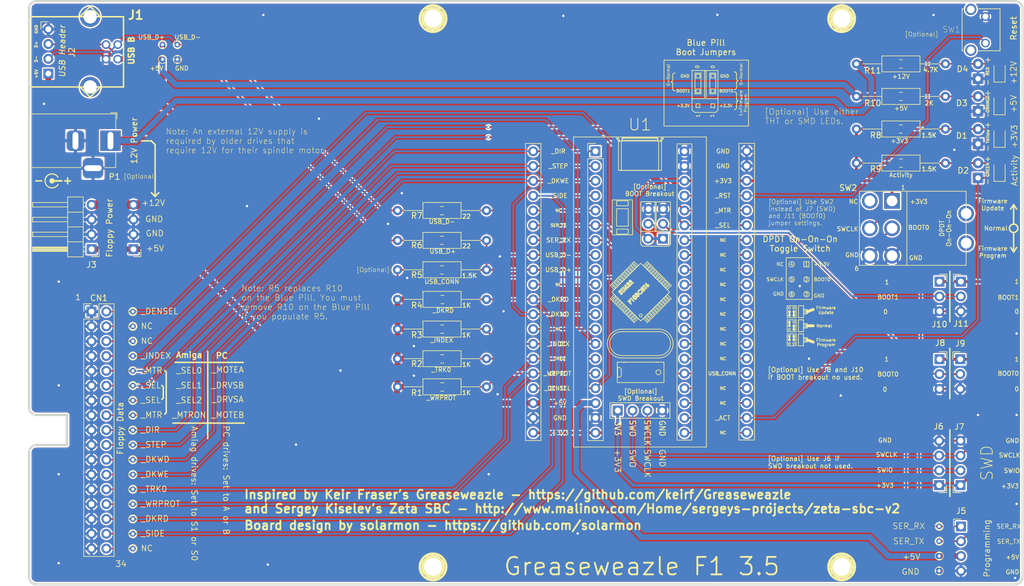
<source format=kicad_pcb>
(kicad_pcb (version 20171130) (host pcbnew "(5.1.2)-2")
  (title_block (title "Greaseweazle F1 in a Gotek Case") (date 2020-12-08) (rev 1) (company solarmon))
  (layers (0 F.Cu signal) (31 B.Cu signal) (34 B.Paste user) (35 F.Paste user) (36 B.SilkS user) (37 F.SilkS user) (38 B.Mask user) (39 F.Mask user) (44 Edge.Cuts user))
  (net 0 "")
  (net 1 GND)
  (net 2 +12V)
  (net 3 /USB_D+)
  (net 4 /USB_D-)
  (net 5 +5V)
  (net 6 "Net-(CN1-Pad34)")
  (net 7 /_SIDE)
  (net 8 /_DKRD)
  (net 9 /_WRPROT)
  (net 10 /_TRK0)
  (net 11 /_DKWE)
  (net 12 /_DKWD)
  (net 13 /_STEP)
  (net 14 /_DIR)
  (net 15 /_MTR)
  (net 16 /_SEL)
  (net 17 /_INDEX)
  (net 18 "Net-(CN1-Pad6)")
  (net 19 "Net-(CN1-Pad4)")
  (net 20 /_DENSEL)
  (net 21 "Net-(D1-Pad2)")
  (net 22 "Net-(D2-Pad2)")
  (net 23 /_ACT)
  (net 24 "Net-(J1-Pad3)")
  (net 25 "Net-(J1-Pad2)")
  (net 26 /SER_TX)
  (net 27 /SER_RX)
  (net 28 /USB_CONN)
  (net 29 +3V3)
  (net 30 /_RST)
  (net 31 /SWD_SWIO)
  (net 32 /SWD_SWCLK)
  (net 33 "Net-(BP1-Pad13)")
  (net 34 "Net-(BP1-Pad10)")
  (net 35 "Net-(BP1-Pad5)")
  (net 36 "Net-(BP2-Pad14)")
  (net 37 "Net-(BP2-Pad13)")
  (net 38 "Net-(BP2-Pad12)")
  (net 39 "Net-(BP2-Pad11)")
  (net 40 "Net-(BP2-Pad10)")
  (net 41 "Net-(BP2-Pad9)")
  (net 42 "Net-(BP2-Pad8)")
  (net 43 "Net-(BP2-Pad7)")
  (net 44 "Net-(BP2-Pad6)")
  (net 45 "Net-(BP2-Pad4)")
  (net 46 "Net-(BP2-Pad3)")
  (net 47 "Net-(BP2-Pad1)")
  (net 48 /BOOT0)
  (net 49 /BOOT1)
  (net 50 "Net-(D3-Pad2)")
  (net 51 "Net-(SW2-Pad4)")
  (net 52 "Net-(D4-Pad2)")
  (module Resistor_THT:R_Axial_DIN0207_L6.3mm_D2.5mm_P15.24mm_Horizontal (layer F.Cu) (at 207.772 61.722 180)
    (fp_text reference R11 hide)
    (fp_text value R_Axial_DIN0207_L6.3mm_D2.5mm_P15.24mm_Horizontal)
    (pad 1 thru_hole circle (at 0 0 180) (size 1.6 1.6) (drill 0.8) (layers *.Cu *.Mask) (net 52 "Net-(D4-Pad2)"))
    (pad 2 thru_hole oval (at 15.24 0 180) (size 1.6 1.6) (drill 0.8) (layers *.Cu *.Mask) (net 2 +12V))
  )
  (module LED_THT:LED_D3.0mm_Horizontal_O1.27mm_Z6.0mm (layer F.Cu) (at 213.36 64.262 90)
    (fp_text reference D4 hide)
    (fp_text value LED_D3.0mm_Horizontal_O1.27mm_Z6.0mm)
    (pad 1 thru_hole rect (at 0 0 90) (size 1.8 1.8) (drill 0.9) (layers *.Cu *.Mask) (net 1 GND))
    (pad 2 thru_hole circle (at 2.54 0 90) (size 1.8 1.8) (drill 0.9) (layers *.Cu *.Mask) (net 52 "Net-(D4-Pad2)"))
  )
  (module Resistor_SMD:R_0805_2012Metric_Pad1.15x1.40mm_HandSolder (layer F.Cu) (at 200.152 61.722 180)
    (fp_text reference R11 (at 4.826 -1.143) (layer F.SilkS))
    (fp_text value 4.7K (at -5.08 -1.016) (layer F.SilkS) (effects (font (size 0.75 0.75))))
    (pad 2 smd roundrect (at 1.025 0 180) (size 1.15 1.4) (layers F.Cu F.Paste F.Mask) (roundrect_rratio 0.217391) (net 2 +12V))
    (pad 1 smd roundrect (at -1.025 0 180) (size 1.15 1.4) (layers F.Cu F.Paste F.Mask) (roundrect_rratio 0.217391) (net 52 "Net-(D4-Pad2)"))
  )
  (module LED_SMD:LED_0805_2012Metric_Pad1.15x1.40mm_HandSolder (layer F.Cu) (at 217.043 62.992 90)
    (fp_text reference D4 (at 0.381 -6.35 180) (layer F.SilkS))
    (fp_text value "+5V LED")
    (pad 2 smd roundrect (at 1.025 0 90) (size 1.15 1.4) (layers F.Cu F.Paste F.Mask) (roundrect_rratio 0.217391) (net 52 "Net-(D4-Pad2)"))
    (pad 1 smd roundrect (at -1.025 0 90) (size 1.15 1.4) (layers F.Cu F.Paste F.Mask) (roundrect_rratio 0.217391) (net 1 GND))
  )
  (module solarmon_library:Hex_standoff_m3_15mm (layer F.Cu) (at 119.9896 53.9496)
    (fp_text reference HEX hide)
    (fp_text value Hex_standoff_m3_15mm)
  )
  (module solarmon_library:Hex_standoff_m3_15mm (layer F.Cu) (at 120.0404 147.955)
    (fp_text reference HEX hide)
    (fp_text value Hex_standoff_m3_15mm)
  )
  (module solarmon_library:Hex_standoff_m3_15mm (layer F.Cu) (at 190.0428 147.955)
    (fp_text reference HEX hide)
    (fp_text value Hex_standoff_m3_15mm)
  )
  (module solarmon_library:Hex_standoff_m3_15mm (layer F.Cu) (at 190.0428 53.9242)
    (fp_text reference HEX hide)
    (fp_text value Hex_standoff_m3_15mm)
  )
  (module solarmon_library:Floppy_Drive (layer F.Cu) (at 155.4734 101.092)
    (fp_text reference "Floppy Drive")
    (fp_text value Floppy_Drive)
  )
  (module solarmon_library:DPDT_THT_Toggle_Switch_On-On-On_Rightangle_Farnell_1MD6T2B4M7RE (layer F.Cu) (at 198.628 89.916 90)
    (fp_text reference SW2 (at 6.9342 -7.5184 180) (layer F.SilkS))
    (fp_text value "DPDT Toggle Switch, On-On-On, PCB")
    (pad "" thru_hole circle (at 2.54 12.7 90) (size 2.7 2.7) (drill 1.85) (layers *.Cu *.Mask))
    (pad "" thru_hole circle (at -2.54 12.7 90) (size 2.7 2.7) (drill 1.85) (layers *.Cu *.Mask))
    (pad 6 thru_hole circle (at -4.7 -3.81 90) (size 2.7 2.7) (drill 1.85) (layers *.Cu *.Mask) (net 1 GND))
    (pad 5 thru_hole circle (at 0 -3.81 90) (size 2.7 2.7) (drill 1.85) (layers *.Cu *.Mask) (net 32 /SWD_SWCLK))
    (pad 4 thru_hole circle (at 4.7 -3.81 90) (size 2.7 2.7) (drill 1.85) (layers *.Cu *.Mask) (net 51 "Net-(SW2-Pad4)"))
    (pad 3 thru_hole circle (at -4.7 0 90) (size 2.7 2.7) (drill 1.85) (layers *.Cu *.Mask) (net 1 GND))
    (pad 2 thru_hole circle (at 0 0 90) (size 2.7 2.7) (drill 1.85) (layers *.Cu *.Mask) (net 48 /BOOT0))
    (pad 1 thru_hole rect (at 4.7 0 90) (size 2.7 2.7) (drill 1.85) (layers *.Cu *.Mask) (net 29 +3V3))
  )
  (module Resistor_SMD:R_0805_2012Metric_Pad1.15x1.40mm_HandSolder (layer F.Cu) (at 200.152 67.31 180)
    (fp_text reference R10 (at 4.826 -1.143) (layer F.SilkS))
    (fp_text value 2K (at -4.826 -1.143) (layer F.SilkS) (effects (font (size 0.75 0.75))))
    (pad 2 smd roundrect (at 1.025 0 180) (size 1.15 1.4) (layers F.Cu F.Paste F.Mask) (roundrect_rratio 0.217391) (net 5 +5V))
    (pad 1 smd roundrect (at -1.025 0 180) (size 1.15 1.4) (layers F.Cu F.Paste F.Mask) (roundrect_rratio 0.217391) (net 50 "Net-(D3-Pad2)"))
  )
  (module Resistor_SMD:R_0805_2012Metric_Pad1.15x1.40mm_HandSolder (layer F.Cu) (at 200.152 78.74 180)
    (fp_text reference R9 (at 4.318 -1.016) (layer F.SilkS))
    (fp_text value 1.5K (at -4.826 -1.016) (layer F.SilkS) (effects (font (size 0.75 0.75))))
    (pad 2 smd roundrect (at 1.025 0 180) (size 1.15 1.4) (layers F.Cu F.Paste F.Mask) (roundrect_rratio 0.217391) (net 29 +3V3))
    (pad 1 smd roundrect (at -1.025 0 180) (size 1.15 1.4) (layers F.Cu F.Paste F.Mask) (roundrect_rratio 0.217391) (net 22 "Net-(D2-Pad2)"))
  )
  (module Resistor_SMD:R_0805_2012Metric_Pad1.15x1.40mm_HandSolder (layer F.Cu) (at 200.1266 72.898 180)
    (fp_text reference R8 (at 4.2926 -1.0668) (layer F.SilkS))
    (fp_text value 1.5K (at -4.8514 -1.0668) (layer F.SilkS) (effects (font (size 0.75 0.75))))
    (pad 2 smd roundrect (at 1.025 0 180) (size 1.15 1.4) (layers F.Cu F.Paste F.Mask) (roundrect_rratio 0.217391) (net 29 +3V3))
    (pad 1 smd roundrect (at -1.025 0 180) (size 1.15 1.4) (layers F.Cu F.Paste F.Mask) (roundrect_rratio 0.217391) (net 21 "Net-(D1-Pad2)"))
  )
  (module Resistor_SMD:R_0805_2012Metric_Pad1.15x1.40mm_HandSolder (layer F.Cu) (at 121.5136 86.8934)
    (fp_text reference R7 (at -4.2926 0.8636) (layer F.SilkS))
    (fp_text value 22 (at 4.2164 0.9906) (layer F.SilkS) (effects (font (size 0.75 0.75))))
    (pad 2 smd roundrect (at 1.025 0) (size 1.15 1.4) (layers F.Cu F.Paste F.Mask) (roundrect_rratio 0.217391) (net 4 /USB_D-))
    (pad 1 smd roundrect (at -1.025 0) (size 1.15 1.4) (layers F.Cu F.Paste F.Mask) (roundrect_rratio 0.217391) (net 25 "Net-(J1-Pad2)"))
  )
  (module Resistor_SMD:R_0805_2012Metric_Pad1.15x1.40mm_HandSolder (layer F.Cu) (at 121.5136 91.9734)
    (fp_text reference R6 (at -4.2926 0.8636) (layer F.SilkS))
    (fp_text value 22 (at 4.2164 0.9906) (layer F.SilkS) (effects (font (size 0.75 0.75))))
    (pad 2 smd roundrect (at 1.025 0) (size 1.15 1.4) (layers F.Cu F.Paste F.Mask) (roundrect_rratio 0.217391) (net 3 /USB_D+))
    (pad 1 smd roundrect (at -1.025 0) (size 1.15 1.4) (layers F.Cu F.Paste F.Mask) (roundrect_rratio 0.217391) (net 24 "Net-(J1-Pad3)"))
  )
  (module Resistor_SMD:R_0805_2012Metric_Pad1.15x1.40mm_HandSolder (layer F.Cu) (at 121.5136 97.0534 180)
    (fp_text reference R5 (at 4.2926 -0.8636) (layer F.SilkS))
    (fp_text value 1.5K (at -4.7244 -0.9906) (layer F.SilkS) (effects (font (size 0.75 0.75))))
    (pad 2 smd roundrect (at 1.025 0 180) (size 1.15 1.4) (layers F.Cu F.Paste F.Mask) (roundrect_rratio 0.217391) (net 28 /USB_CONN))
    (pad 1 smd roundrect (at -1.025 0 180) (size 1.15 1.4) (layers F.Cu F.Paste F.Mask) (roundrect_rratio 0.217391) (net 3 /USB_D+))
  )
  (module Resistor_SMD:R_0805_2012Metric_Pad1.15x1.40mm_HandSolder (layer F.Cu) (at 121.6152 102.1334)
    (fp_text reference R4 (at -4.3942 0.9906) (layer F.SilkS))
    (fp_text value 1K (at 4.1148 0.9906) (layer F.SilkS) (effects (font (size 0.75 0.75))))
    (pad 2 smd roundrect (at 1.025 0) (size 1.15 1.4) (layers F.Cu F.Paste F.Mask) (roundrect_rratio 0.217391) (net 8 /_DKRD))
    (pad 1 smd roundrect (at -1.025 0) (size 1.15 1.4) (layers F.Cu F.Paste F.Mask) (roundrect_rratio 0.217391) (net 5 +5V))
  )
  (module Resistor_SMD:R_0805_2012Metric_Pad1.15x1.40mm_HandSolder (layer F.Cu) (at 121.5771 107.2134)
    (fp_text reference R3 (at -4.3561 0.9906) (layer F.SilkS))
    (fp_text value 1K (at 4.1529 0.9906) (layer F.SilkS) (effects (font (size 0.75 0.75))))
    (pad 2 smd roundrect (at 1.025 0) (size 1.15 1.4) (layers F.Cu F.Paste F.Mask) (roundrect_rratio 0.217391) (net 17 /_INDEX))
    (pad 1 smd roundrect (at -1.025 0) (size 1.15 1.4) (layers F.Cu F.Paste F.Mask) (roundrect_rratio 0.217391) (net 5 +5V))
  )
  (module Resistor_SMD:R_0805_2012Metric_Pad1.15x1.40mm_HandSolder (layer F.Cu) (at 121.5771 112.2934)
    (fp_text reference R2 (at -4.3561 0.8636) (layer F.SilkS))
    (fp_text value 1K (at 4.1529 0.9906) (layer F.SilkS) (effects (font (size 0.75 0.75))))
    (pad 2 smd roundrect (at 1.025 0) (size 1.15 1.4) (layers F.Cu F.Paste F.Mask) (roundrect_rratio 0.217391) (net 10 /_TRK0))
    (pad 1 smd roundrect (at -1.025 0) (size 1.15 1.4) (layers F.Cu F.Paste F.Mask) (roundrect_rratio 0.217391) (net 5 +5V))
  )
  (module Resistor_SMD:R_0805_2012Metric_Pad1.15x1.40mm_HandSolder (layer F.Cu) (at 121.5771 117.1194)
    (fp_text reference R1 (at -4.3561 0.9906) (layer F.SilkS))
    (fp_text value 1K (at 4.1529 0.9906) (layer F.SilkS) (effects (font (size 0.75 0.75))))
    (pad 2 smd roundrect (at 1.025 0) (size 1.15 1.4) (layers F.Cu F.Paste F.Mask) (roundrect_rratio 0.217391) (net 9 /_WRPROT))
    (pad 1 smd roundrect (at -1.025 0) (size 1.15 1.4) (layers F.Cu F.Paste F.Mask) (roundrect_rratio 0.217391) (net 5 +5V))
  )
  (module LED_SMD:LED_0805_2012Metric_Pad1.15x1.40mm_HandSolder (layer F.Cu) (at 217.043 68.58 90)
    (fp_text reference D3 (at 0.127 -6.477 180) (layer F.SilkS))
    (fp_text value "+5V LED")
    (pad 2 smd roundrect (at 1.025 0 90) (size 1.15 1.4) (layers F.Cu F.Paste F.Mask) (roundrect_rratio 0.217391) (net 50 "Net-(D3-Pad2)"))
    (pad 1 smd roundrect (at -1.025 0 90) (size 1.15 1.4) (layers F.Cu F.Paste F.Mask) (roundrect_rratio 0.217391) (net 1 GND))
  )
  (module LED_SMD:LED_0805_2012Metric_Pad1.15x1.40mm_HandSolder (layer F.Cu) (at 217.043 80.01 90)
    (fp_text reference D2 (at 0 -6.223 180) (layer F.SilkS))
    (fp_text value "ACT LED")
    (pad 1 smd roundrect (at -1.025 0 90) (size 1.15 1.4) (layers F.Cu F.Paste F.Mask) (roundrect_rratio 0.217391) (net 23 /_ACT))
    (pad 2 smd roundrect (at 1.025 0 90) (size 1.15 1.4) (layers F.Cu F.Paste F.Mask) (roundrect_rratio 0.217391) (net 22 "Net-(D2-Pad2)"))
  )
  (module LED_SMD:LED_0805_2012Metric_Pad1.15x1.40mm_HandSolder (layer F.Cu) (at 217.043 74.168 90)
    (fp_text reference D1 (at 0.127 -6.477 180) (layer F.SilkS))
    (fp_text value "+3V3 LED")
    (pad 2 smd roundrect (at 1.025 0 90) (size 1.15 1.4) (layers F.Cu F.Paste F.Mask) (roundrect_rratio 0.217391) (net 21 "Net-(D1-Pad2)"))
    (pad 1 smd roundrect (at -1.025 0 90) (size 1.15 1.4) (layers F.Cu F.Paste F.Mask) (roundrect_rratio 0.217391) (net 1 GND))
  )
  (module LED_THT:LED_D3.0mm_Horizontal_O1.27mm_Z6.0mm (layer F.Cu) (at 213.36 81.28 90)
    (fp_text reference D2 hide)
    (fp_text value LED_D3.0mm_Horizontal_O1.27mm_Z6.0mm)
    (pad 2 thru_hole circle (at 2.54 0 90) (size 1.8 1.8) (drill 0.9) (layers *.Cu *.Mask) (net 22 "Net-(D2-Pad2)"))
    (pad 1 thru_hole rect (at 0 0 90) (size 1.8 1.8) (drill 0.9) (layers *.Cu *.Mask) (net 23 /_ACT))
  )
  (module LED_THT:LED_D3.0mm_Horizontal_O1.27mm_Z6.0mm (layer F.Cu) (at 213.36 75.438 90)
    (fp_text reference D1 hide)
    (fp_text value LED_D3.0mm_Horizontal_O1.27mm_Z6.0mm)
    (pad 1 thru_hole rect (at 0 0 90) (size 1.8 1.8) (drill 0.9) (layers *.Cu *.Mask) (net 1 GND))
    (pad 2 thru_hole circle (at 2.54 0 90) (size 1.8 1.8) (drill 0.9) (layers *.Cu *.Mask) (net 21 "Net-(D1-Pad2)"))
  )
  (module LED_THT:LED_D3.0mm_Horizontal_O1.27mm_Z6.0mm (layer F.Cu) (at 213.36 69.85 90)
    (fp_text reference D3 hide)
    (fp_text value LED_D3.0mm_Horizontal_O1.27mm_Z6.0mm)
    (pad 2 thru_hole circle (at 2.54 0 90) (size 1.8 1.8) (drill 0.9) (layers *.Cu *.Mask) (net 50 "Net-(D3-Pad2)"))
    (pad 1 thru_hole rect (at 0 0 90) (size 1.8 1.8) (drill 0.9) (layers *.Cu *.Mask) (net 1 GND))
  )
  (module Resistor_THT:R_Axial_DIN0207_L6.3mm_D2.5mm_P15.24mm_Horizontal (layer F.Cu) (at 129.159 86.868 180)
    (fp_text reference R7 hide)
    (fp_text value R_Axial_DIN0207_L6.3mm_D2.5mm_P15.24mm_Horizontal)
    (pad 1 thru_hole circle (at 0 0 180) (size 1.6 1.6) (drill 0.8) (layers *.Cu *.Mask) (net 4 /USB_D-))
    (pad 2 thru_hole oval (at 15.24 0 180) (size 1.6 1.6) (drill 0.8) (layers *.Cu *.Mask) (net 25 "Net-(J1-Pad2)"))
  )
  (module Resistor_THT:R_Axial_DIN0207_L6.3mm_D2.5mm_P15.24mm_Horizontal (layer F.Cu) (at 129.159 91.9988 180)
    (fp_text reference R6 hide)
    (fp_text value R_Axial_DIN0207_L6.3mm_D2.5mm_P15.24mm_Horizontal)
    (pad 2 thru_hole oval (at 15.24 0 180) (size 1.6 1.6) (drill 0.8) (layers *.Cu *.Mask) (net 24 "Net-(J1-Pad3)"))
    (pad 1 thru_hole circle (at 0 0 180) (size 1.6 1.6) (drill 0.8) (layers *.Cu *.Mask) (net 3 /USB_D+))
  )
  (module Resistor_THT:R_Axial_DIN0207_L6.3mm_D2.5mm_P15.24mm_Horizontal (layer F.Cu) (at 129.159 97.028 180)
    (fp_text reference R5 hide)
    (fp_text value R_Axial_DIN0207_L6.3mm_D2.5mm_P15.24mm_Horizontal)
    (pad 1 thru_hole circle (at 0 0 180) (size 1.6 1.6) (drill 0.8) (layers *.Cu *.Mask) (net 3 /USB_D+))
    (pad 2 thru_hole oval (at 15.24 0 180) (size 1.6 1.6) (drill 0.8) (layers *.Cu *.Mask) (net 28 /USB_CONN))
  )
  (module Resistor_THT:R_Axial_DIN0207_L6.3mm_D2.5mm_P15.24mm_Horizontal (layer F.Cu) (at 129.159 102.108 180)
    (fp_text reference R4 hide)
    (fp_text value R_Axial_DIN0207_L6.3mm_D2.5mm_P15.24mm_Horizontal)
    (pad 2 thru_hole oval (at 15.24 0 180) (size 1.6 1.6) (drill 0.8) (layers *.Cu *.Mask) (net 5 +5V))
    (pad 1 thru_hole circle (at 0 0 180) (size 1.6 1.6) (drill 0.8) (layers *.Cu *.Mask) (net 8 /_DKRD))
  )
  (module Resistor_THT:R_Axial_DIN0207_L6.3mm_D2.5mm_P15.24mm_Horizontal (layer F.Cu) (at 129.159 107.188 180)
    (fp_text reference R3 hide)
    (fp_text value R_Axial_DIN0207_L6.3mm_D2.5mm_P15.24mm_Horizontal)
    (pad 1 thru_hole circle (at 0 0 180) (size 1.6 1.6) (drill 0.8) (layers *.Cu *.Mask) (net 17 /_INDEX))
    (pad 2 thru_hole oval (at 15.24 0 180) (size 1.6 1.6) (drill 0.8) (layers *.Cu *.Mask) (net 5 +5V))
  )
  (module Resistor_THT:R_Axial_DIN0207_L6.3mm_D2.5mm_P15.24mm_Horizontal (layer F.Cu) (at 129.159 112.268 180)
    (fp_text reference R2 hide)
    (fp_text value R_Axial_DIN0207_L6.3mm_D2.5mm_P15.24mm_Horizontal)
    (pad 2 thru_hole oval (at 15.24 0 180) (size 1.6 1.6) (drill 0.8) (layers *.Cu *.Mask) (net 5 +5V))
    (pad 1 thru_hole circle (at 0 0 180) (size 1.6 1.6) (drill 0.8) (layers *.Cu *.Mask) (net 10 /_TRK0))
  )
  (module Resistor_THT:R_Axial_DIN0207_L6.3mm_D2.5mm_P15.24mm_Horizontal (layer F.Cu) (at 129.159 117.094 180)
    (fp_text reference R1 hide)
    (fp_text value R_Axial_DIN0207_L6.3mm_D2.5mm_P15.24mm_Horizontal)
    (pad 1 thru_hole circle (at 0 0 180) (size 1.6 1.6) (drill 0.8) (layers *.Cu *.Mask) (net 9 /_WRPROT))
    (pad 2 thru_hole oval (at 15.24 0 180) (size 1.6 1.6) (drill 0.8) (layers *.Cu *.Mask) (net 5 +5V))
  )
  (module Resistor_THT:R_Axial_DIN0207_L6.3mm_D2.5mm_P15.24mm_Horizontal (layer F.Cu) (at 207.772 78.74 180)
    (fp_text reference R9 hide)
    (fp_text value R_Axial_DIN0207_L6.3mm_D2.5mm_P15.24mm_Horizontal)
    (pad 2 thru_hole oval (at 15.24 0 180) (size 1.6 1.6) (drill 0.8) (layers *.Cu *.Mask) (net 29 +3V3))
    (pad 1 thru_hole circle (at 0 0 180) (size 1.6 1.6) (drill 0.8) (layers *.Cu *.Mask) (net 22 "Net-(D2-Pad2)"))
  )
  (module Resistor_THT:R_Axial_DIN0207_L6.3mm_D2.5mm_P15.24mm_Horizontal (layer F.Cu) (at 207.772 72.898 180)
    (fp_text reference R8 hide)
    (fp_text value R_Axial_DIN0207_L6.3mm_D2.5mm_P15.24mm_Horizontal)
    (pad 1 thru_hole circle (at 0 0 180) (size 1.6 1.6) (drill 0.8) (layers *.Cu *.Mask) (net 21 "Net-(D1-Pad2)"))
    (pad 2 thru_hole oval (at 15.24 0 180) (size 1.6 1.6) (drill 0.8) (layers *.Cu *.Mask) (net 29 +3V3))
  )
  (module Resistor_THT:R_Axial_DIN0207_L6.3mm_D2.5mm_P15.24mm_Horizontal (layer F.Cu) (at 207.772 67.31 180)
    (fp_text reference R10 hide)
    (fp_text value R_Axial_DIN0207_L6.3mm_D2.5mm_P15.24mm_Horizontal)
    (pad 2 thru_hole oval (at 15.24 0 180) (size 1.6 1.6) (drill 0.8) (layers *.Cu *.Mask) (net 5 +5V))
    (pad 1 thru_hole circle (at 0 0 180) (size 1.6 1.6) (drill 0.8) (layers *.Cu *.Mask) (net 50 "Net-(D3-Pad2)"))
  )
  (module Kicad-STM32-master:YAAJ_BluePill_SWD_1_BootPins (layer F.Cu) (at 147.828 76.708)
    (fp_text reference U1 (at 7.62 -4.572) (layer F.SilkS) (effects (font (size 2 2))))
    (fp_text value "Blue Pill" hide)
    (fp_text user GND (at 11.43 47.498 270 unlocked) (layer F.SilkS) (effects (font (size 1 0.9))))
    (fp_text user SWCLK (at 8.89 48.26 270 unlocked) (layer F.SilkS) (effects (font (size 1 0.9))))
    (fp_text user SWO (at 6.35 47.498 270 unlocked) (layer F.SilkS) (effects (font (size 1 0.9))))
    (fp_text user 3V3 (at 3.81 47.498 270 unlocked) (layer F.SilkS) (effects (font (size 1 0.9))))
    (pad 48 thru_hole circle (at 9.0297 14.986) (size 1.7 1.7) (drill 1) (layers *.Cu *.Mask) (net 29 +3V3))
    (pad 49 thru_hole circle (at 9.0297 12.446) (size 1.7 1.7) (drill 1) (layers *.Cu *.Mask) (net 49 /BOOT1))
    (pad 50 thru_hole circle (at 9.0932 9.906) (size 1.7 1.7) (drill 1) (layers *.Cu *.Mask) (net 1 GND))
    (pad 45 thru_hole rect (at 11.5697 14.986) (size 1.7 1.7) (drill 1) (layers *.Cu *.Mask) (net 29 +3V3))
    (pad 47 thru_hole circle (at 11.5697 9.906) (size 1.7 1.7) (drill 1) (layers *.Cu *.Mask) (net 1 GND))
    (pad 46 thru_hole circle (at 11.5697 12.446) (size 1.7 1.7) (drill 1) (layers *.Cu *.Mask) (net 48 /BOOT0))
    (pad 20 thru_hole circle (at 0 48.26) (size 1.7 1.7) (drill 1) (layers *.Cu *.Mask) (net 29 +3V3))
    (pad 21 thru_hole circle (at 15.24 48.26) (size 1.7 1.7) (drill 1) (layers *.Cu *.Mask) (net 47 "Net-(BP2-Pad1)"))
    (pad 19 thru_hole circle (at 0 45.72) (size 1.7 1.7) (drill 1) (layers *.Cu *.Mask) (net 1 GND))
    (pad 22 thru_hole circle (at 15.24 45.72) (size 1.7 1.7) (drill 1) (layers *.Cu *.Mask) (net 23 /_ACT))
    (pad 18 thru_hole circle (at 0 43.18) (size 1.7 1.7) (drill 1) (layers *.Cu *.Mask) (net 5 +5V))
    (pad 23 thru_hole circle (at 15.24 43.18) (size 1.7 1.7) (drill 1) (layers *.Cu *.Mask) (net 46 "Net-(BP2-Pad3)"))
    (pad 17 thru_hole circle (at 0 40.64) (size 1.7 1.7) (drill 1) (layers *.Cu *.Mask) (net 20 /_DENSEL))
    (pad 24 thru_hole circle (at 15.24 40.64) (size 1.7 1.7) (drill 1) (layers *.Cu *.Mask) (net 45 "Net-(BP2-Pad4)"))
    (pad 16 thru_hole circle (at 0 38.1) (size 1.7 1.7) (drill 1) (layers *.Cu *.Mask) (net 9 /_WRPROT))
    (pad 25 thru_hole circle (at 15.24 38.1) (size 1.7 1.7) (drill 1) (layers *.Cu *.Mask) (net 28 /USB_CONN))
    (pad 15 thru_hole circle (at 0 35.56) (size 1.7 1.7) (drill 1) (layers *.Cu *.Mask) (net 10 /_TRK0))
    (pad 26 thru_hole circle (at 15.24 35.56) (size 1.7 1.7) (drill 1) (layers *.Cu *.Mask) (net 44 "Net-(BP2-Pad6)"))
    (pad 14 thru_hole circle (at 0 33.02) (size 1.7 1.7) (drill 1) (layers *.Cu *.Mask) (net 17 /_INDEX))
    (pad 27 thru_hole circle (at 15.24 33.02) (size 1.7 1.7) (drill 1) (layers *.Cu *.Mask) (net 43 "Net-(BP2-Pad7)"))
    (pad 13 thru_hole circle (at 0 30.48) (size 1.7 1.7) (drill 1) (layers *.Cu *.Mask) (net 33 "Net-(BP1-Pad13)"))
    (pad 28 thru_hole circle (at 15.24 30.48) (size 1.7 1.7) (drill 1) (layers *.Cu *.Mask) (net 42 "Net-(BP2-Pad8)"))
    (pad 12 thru_hole circle (at 0 27.94) (size 1.7 1.7) (drill 1) (layers *.Cu *.Mask) (net 12 /_DKWD))
    (pad 29 thru_hole circle (at 15.24 27.94) (size 1.7 1.7) (drill 1) (layers *.Cu *.Mask) (net 41 "Net-(BP2-Pad9)"))
    (pad 11 thru_hole circle (at 0 25.4) (size 1.7 1.7) (drill 1) (layers *.Cu *.Mask) (net 8 /_DKRD))
    (pad 30 thru_hole circle (at 15.24 25.4) (size 1.7 1.7) (drill 1) (layers *.Cu *.Mask) (net 40 "Net-(BP2-Pad10)"))
    (pad 10 thru_hole circle (at 0 22.86) (size 1.7 1.7) (drill 1) (layers *.Cu *.Mask) (net 34 "Net-(BP1-Pad10)"))
    (pad 31 thru_hole circle (at 15.24 22.86) (size 1.7 1.7) (drill 1) (layers *.Cu *.Mask) (net 39 "Net-(BP2-Pad11)"))
    (pad 9 thru_hole circle (at 0 20.32) (size 1.7 1.7) (drill 1) (layers *.Cu *.Mask) (net 3 /USB_D+))
    (pad 32 thru_hole circle (at 15.24 20.32) (size 1.7 1.7) (drill 1) (layers *.Cu *.Mask) (net 38 "Net-(BP2-Pad12)"))
    (pad 8 thru_hole circle (at 0 17.78) (size 1.7 1.7) (drill 1) (layers *.Cu *.Mask) (net 4 /USB_D-))
    (pad 33 thru_hole circle (at 15.24 17.78) (size 1.7 1.7) (drill 1) (layers *.Cu *.Mask) (net 37 "Net-(BP2-Pad13)"))
    (pad 7 thru_hole circle (at 0 15.24) (size 1.7 1.7) (drill 1) (layers *.Cu *.Mask) (net 27 /SER_RX))
    (pad 34 thru_hole circle (at 15.24 15.24) (size 1.7 1.7) (drill 1) (layers *.Cu *.Mask) (net 36 "Net-(BP2-Pad14)"))
    (pad 6 thru_hole circle (at 0 12.7) (size 1.7 1.7) (drill 1) (layers *.Cu *.Mask) (net 26 /SER_TX))
    (pad 35 thru_hole circle (at 15.24 12.7) (size 1.7 1.7) (drill 1) (layers *.Cu *.Mask) (net 16 /_SEL))
    (pad 5 thru_hole circle (at 0 10.16) (size 1.7 1.7) (drill 1) (layers *.Cu *.Mask) (net 35 "Net-(BP1-Pad5)"))
    (pad 36 thru_hole circle (at 15.24 10.16) (size 1.7 1.7) (drill 1) (layers *.Cu *.Mask) (net 15 /_MTR))
    (pad 4 thru_hole circle (at 0 7.62) (size 1.7 1.7) (drill 1) (layers *.Cu *.Mask) (net 7 /_SIDE))
    (pad 37 thru_hole circle (at 15.24 7.62) (size 1.7 1.7) (drill 1) (layers *.Cu *.Mask) (net 30 /_RST))
    (pad 3 thru_hole circle (at 0 5.08) (size 1.7 1.7) (drill 1) (layers *.Cu *.Mask) (net 11 /_DKWE))
    (pad 38 thru_hole circle (at 15.24 5.08) (size 1.7 1.7) (drill 1) (layers *.Cu *.Mask) (net 29 +3V3))
    (pad 2 thru_hole circle (at 0 2.54) (size 1.7 1.7) (drill 1) (layers *.Cu *.Mask) (net 13 /_STEP))
    (pad 39 thru_hole circle (at 15.24 2.54) (size 1.7 1.7) (drill 1) (layers *.Cu *.Mask) (net 1 GND))
    (pad 1 thru_hole rect (at 0 0) (size 1.7 1.7) (drill 1) (layers *.Cu *.Mask) (net 14 /_DIR))
    (pad 40 thru_hole circle (at 15.24 0) (size 1.7 1.7) (drill 1) (layers *.Cu *.Mask) (net 1 GND))
    (pad 44 thru_hole circle (at 11.43 44.45) (size 1.7 1.7) (drill 1) (layers *.Cu *.Mask) (net 1 GND))
    (pad 43 thru_hole circle (at 8.89 44.45) (size 1.7 1.7) (drill 1) (layers *.Cu *.Mask) (net 32 /SWD_SWCLK))
    (pad 42 thru_hole circle (at 6.35 44.45) (size 1.7 1.7) (drill 1) (layers *.Cu *.Mask) (net 31 /SWD_SWIO))
    (pad 41 thru_hole rect (at 3.81 44.45) (size 1.7 1.7) (drill 1) (layers *.Cu *.Mask) (net 29 +3V3))
  )
  (module TestPoint:TestPoint_THTPad_D1.0mm_Drill0.5mm (layer F.Cu) (at 206.7052 141.0208)
    (fp_text reference "" hide)
    (fp_text value TestPoint_THTPad_D1.0mm_Drill0.5mm)
    (pad 34 thru_hole circle (at 0 0) (size 1 1) (drill 0.5) (layers *.Cu *.Mask) (net 27 /SER_RX))
  )
  (module TestPoint:TestPoint_THTPad_D1.0mm_Drill0.5mm (layer F.Cu) (at 206.7052 143.5608)
    (fp_text reference "" hide)
    (fp_text value TestPoint_THTPad_D1.0mm_Drill0.5mm)
    (pad 34 thru_hole circle (at 0 0) (size 1 1) (drill 0.5) (layers *.Cu *.Mask) (net 26 /SER_TX))
  )
  (module TestPoint:TestPoint_THTPad_D1.0mm_Drill0.5mm (layer F.Cu) (at 206.7052 146.1008)
    (fp_text reference "" hide)
    (fp_text value TestPoint_THTPad_D1.0mm_Drill0.5mm)
    (pad 34 thru_hole circle (at 0 0) (size 1 1) (drill 0.5) (layers *.Cu *.Mask) (net 5 +5V))
  )
  (module TestPoint:TestPoint_THTPad_D1.0mm_Drill0.5mm (layer F.Cu) (at 206.7052 148.6408)
    (fp_text reference "" hide)
    (fp_text value TestPoint_THTPad_D1.0mm_Drill0.5mm)
    (pad 34 thru_hole circle (at 0 0) (size 1 1) (drill 0.5) (layers *.Cu *.Mask) (net 1 GND))
  )
  (module Connector_PinHeader_2.54mm:PinHeader_1x20_P2.54mm_Vertical (layer F.Cu) (at 137.16 76.708)
    (fp_text reference BP1 hide)
    (fp_text value Conn_01x20_Male)
    (pad 20 thru_hole oval (at 0 48.26) (size 1.7 1.7) (drill 1) (layers *.Cu *.Mask) (net 29 +3V3))
    (pad 19 thru_hole oval (at 0 45.72) (size 1.7 1.7) (drill 1) (layers *.Cu *.Mask) (net 1 GND))
    (pad 18 thru_hole oval (at 0 43.18) (size 1.7 1.7) (drill 1) (layers *.Cu *.Mask) (net 5 +5V))
    (pad 17 thru_hole oval (at 0 40.64) (size 1.7 1.7) (drill 1) (layers *.Cu *.Mask) (net 20 /_DENSEL))
    (pad 16 thru_hole oval (at 0 38.1) (size 1.7 1.7) (drill 1) (layers *.Cu *.Mask) (net 9 /_WRPROT))
    (pad 15 thru_hole oval (at 0 35.56) (size 1.7 1.7) (drill 1) (layers *.Cu *.Mask) (net 10 /_TRK0))
    (pad 14 thru_hole oval (at 0 33.02) (size 1.7 1.7) (drill 1) (layers *.Cu *.Mask) (net 17 /_INDEX))
    (pad 13 thru_hole oval (at 0 30.48) (size 1.7 1.7) (drill 1) (layers *.Cu *.Mask) (net 33 "Net-(BP1-Pad13)"))
    (pad 12 thru_hole oval (at 0 27.94) (size 1.7 1.7) (drill 1) (layers *.Cu *.Mask) (net 12 /_DKWD))
    (pad 11 thru_hole oval (at 0 25.4) (size 1.7 1.7) (drill 1) (layers *.Cu *.Mask) (net 8 /_DKRD))
    (pad 10 thru_hole oval (at 0 22.86) (size 1.7 1.7) (drill 1) (layers *.Cu *.Mask) (net 34 "Net-(BP1-Pad10)"))
    (pad 9 thru_hole oval (at 0 20.32) (size 1.7 1.7) (drill 1) (layers *.Cu *.Mask) (net 3 /USB_D+))
    (pad 8 thru_hole oval (at 0 17.78) (size 1.7 1.7) (drill 1) (layers *.Cu *.Mask) (net 4 /USB_D-))
    (pad 7 thru_hole oval (at 0 15.24) (size 1.7 1.7) (drill 1) (layers *.Cu *.Mask) (net 27 /SER_RX))
    (pad 6 thru_hole oval (at 0 12.7) (size 1.7 1.7) (drill 1) (layers *.Cu *.Mask) (net 26 /SER_TX))
    (pad 5 thru_hole oval (at 0 10.16) (size 1.7 1.7) (drill 1) (layers *.Cu *.Mask) (net 35 "Net-(BP1-Pad5)"))
    (pad 4 thru_hole oval (at 0 7.62) (size 1.7 1.7) (drill 1) (layers *.Cu *.Mask) (net 7 /_SIDE))
    (pad 3 thru_hole oval (at 0 5.08) (size 1.7 1.7) (drill 1) (layers *.Cu *.Mask) (net 11 /_DKWE))
    (pad 2 thru_hole oval (at 0 2.54) (size 1.7 1.7) (drill 1) (layers *.Cu *.Mask) (net 13 /_STEP))
    (pad 1 thru_hole circle (at 0 0) (size 1.7 1.7) (drill 1) (layers *.Cu *.Mask) (net 14 /_DIR))
  )
  (module Connector_PinHeader_2.54mm:PinHeader_1x20_P2.54mm_Vertical (layer F.Cu) (at 173.736 124.9426 180)
    (fp_text reference BP2 hide)
    (fp_text value Conn_01x20_Male)
    (pad 20 thru_hole oval (at 0 48.26 180) (size 1.7 1.7) (drill 1) (layers *.Cu *.Mask) (net 1 GND))
    (pad 19 thru_hole oval (at 0 45.72 180) (size 1.7 1.7) (drill 1) (layers *.Cu *.Mask) (net 1 GND))
    (pad 18 thru_hole oval (at 0 43.18 180) (size 1.7 1.7) (drill 1) (layers *.Cu *.Mask) (net 29 +3V3))
    (pad 17 thru_hole oval (at 0 40.64 180) (size 1.7 1.7) (drill 1) (layers *.Cu *.Mask) (net 30 /_RST))
    (pad 16 thru_hole oval (at 0 38.1 180) (size 1.7 1.7) (drill 1) (layers *.Cu *.Mask) (net 15 /_MTR))
    (pad 15 thru_hole oval (at 0 35.56 180) (size 1.7 1.7) (drill 1) (layers *.Cu *.Mask) (net 16 /_SEL))
    (pad 14 thru_hole oval (at 0 33.02 180) (size 1.7 1.7) (drill 1) (layers *.Cu *.Mask) (net 36 "Net-(BP2-Pad14)"))
    (pad 13 thru_hole oval (at 0 30.48 180) (size 1.7 1.7) (drill 1) (layers *.Cu *.Mask) (net 37 "Net-(BP2-Pad13)"))
    (pad 12 thru_hole oval (at 0 27.94 180) (size 1.7 1.7) (drill 1) (layers *.Cu *.Mask) (net 38 "Net-(BP2-Pad12)"))
    (pad 11 thru_hole oval (at 0 25.4 180) (size 1.7 1.7) (drill 1) (layers *.Cu *.Mask) (net 39 "Net-(BP2-Pad11)"))
    (pad 10 thru_hole oval (at 0 22.86 180) (size 1.7 1.7) (drill 1) (layers *.Cu *.Mask) (net 40 "Net-(BP2-Pad10)"))
    (pad 9 thru_hole oval (at 0 20.32 180) (size 1.7 1.7) (drill 1) (layers *.Cu *.Mask) (net 41 "Net-(BP2-Pad9)"))
    (pad 8 thru_hole oval (at 0 17.78 180) (size 1.7 1.7) (drill 1) (layers *.Cu *.Mask) (net 42 "Net-(BP2-Pad8)"))
    (pad 7 thru_hole oval (at 0 15.24 180) (size 1.7 1.7) (drill 1) (layers *.Cu *.Mask) (net 43 "Net-(BP2-Pad7)"))
    (pad 6 thru_hole oval (at 0 12.7 180) (size 1.7 1.7) (drill 1) (layers *.Cu *.Mask) (net 44 "Net-(BP2-Pad6)"))
    (pad 5 thru_hole oval (at 0 10.16 180) (size 1.7 1.7) (drill 1) (layers *.Cu *.Mask) (net 28 /USB_CONN))
    (pad 4 thru_hole oval (at 0 7.62 180) (size 1.7 1.7) (drill 1) (layers *.Cu *.Mask) (net 45 "Net-(BP2-Pad4)"))
    (pad 3 thru_hole oval (at 0 5.08 180) (size 1.7 1.7) (drill 1) (layers *.Cu *.Mask) (net 46 "Net-(BP2-Pad3)"))
    (pad 2 thru_hole oval (at 0 2.54 180) (size 1.7 1.7) (drill 1) (layers *.Cu *.Mask) (net 23 /_ACT))
    (pad 1 thru_hole circle (at 0 0 180) (size 1.7 1.7) (drill 1) (layers *.Cu *.Mask) (net 47 "Net-(BP2-Pad1)"))
  )
  (module TestPoint:TestPoint_THTPad_D1.0mm_Drill0.5mm (layer F.Cu) (at 73.66 60.96)
    (fp_text reference "" hide)
    (fp_text value TestPoint_THTPad_D1.0mm_Drill0.5mm)
    (pad 1 thru_hole circle (at 0 0) (size 1 1) (drill 0.5) (layers *.Cu *.Mask) (net 5 +5V))
  )
  (module TestPoint:TestPoint_THTPad_D1.0mm_Drill0.5mm (layer F.Cu) (at 76.2 58.42)
    (fp_text reference "" hide)
    (fp_text value TestPoint_THTPad_D1.0mm_Drill0.5mm)
    (pad 2 thru_hole circle (at 0 0) (size 1 1) (drill 0.5) (layers *.Cu *.Mask) (net 25 "Net-(J1-Pad2)"))
  )
  (module TestPoint:TestPoint_THTPad_D1.0mm_Drill0.5mm (layer F.Cu) (at 73.66 58.42)
    (fp_text reference "" hide)
    (fp_text value TestPoint_THTPad_D1.0mm_Drill0.5mm)
    (pad 3 thru_hole circle (at 0 0) (size 1 1) (drill 0.5) (layers *.Cu *.Mask) (net 24 "Net-(J1-Pad3)"))
  )
  (module TestPoint:TestPoint_THTPad_D1.0mm_Drill0.5mm (layer F.Cu) (at 76.2 60.96)
    (fp_text reference "" hide)
    (fp_text value TestPoint_THTPad_D1.0mm_Drill0.5mm)
    (pad 4 thru_hole circle (at 0 0) (size 1 1) (drill 0.5) (layers *.Cu *.Mask) (net 1 GND))
  )
  (module Connector_PinHeader_2.54mm:PinHeader_1x04_P2.54mm_Horizontal (layer F.Cu) (at 54.102 55.7784)
    (fp_text reference J2 (at 4.0132 3.9624 90) (layer F.SilkS))
    (fp_text value "USB Header" (at 2.3876 3.7592 90) (layer F.SilkS) (effects (font (thickness 0.15) italic)))
    (pad 1 thru_hole rect (at 0 7.62) (size 1.7 1.7) (drill 1) (layers *.Cu *.Mask) (net 5 +5V))
    (pad 2 thru_hole oval (at 0 5.08) (size 1.7 1.7) (drill 1) (layers *.Cu *.Mask) (net 25 "Net-(J1-Pad2)"))
    (pad 3 thru_hole oval (at 0 2.54) (size 1.7 1.7) (drill 1) (layers *.Cu *.Mask) (net 24 "Net-(J1-Pad3)"))
    (pad 4 thru_hole oval (at 0 0) (size 1.7 1.7) (drill 1) (layers *.Cu *.Mask) (net 1 GND))
  )
  (module Connector_PinHeader_2.54mm:PinHeader_1x03_P2.54mm_Horizontal (layer F.Cu) (at 210.312 112.3696)
    (fp_text reference J9 (at 0 -2.6924) (layer F.SilkS))
    (fp_text value Conn_01x03)
    (pad 3 thru_hole oval (at 0 5.08) (size 1.7 1.7) (drill 1) (layers *.Cu *.Mask) (net 1 GND))
    (pad 2 thru_hole oval (at 0 2.54) (size 1.7 1.7) (drill 1) (layers *.Cu *.Mask) (net 48 /BOOT0))
    (pad 1 thru_hole rect (at 0 0) (size 1.7 1.7) (drill 1) (layers *.Cu *.Mask) (net 29 +3V3))
  )
  (module Connector_PinHeader_2.54mm:PinHeader_1x03_P2.54mm_Horizontal (layer F.Cu) (at 210.4136 99.06)
    (fp_text reference J11 (at 0.0508 7.2136) (layer F.SilkS))
    (fp_text value Conn_01x03)
    (pad 3 thru_hole oval (at 0 5.08) (size 1.7 1.7) (drill 1) (layers *.Cu *.Mask) (net 1 GND))
    (pad 2 thru_hole oval (at 0 2.54) (size 1.7 1.7) (drill 1) (layers *.Cu *.Mask) (net 49 /BOOT1))
    (pad 1 thru_hole rect (at 0 0) (size 1.7 1.7) (drill 1) (layers *.Cu *.Mask) (net 29 +3V3))
  )
  (module Connector_PinHeader_2.54mm:PinHeader_1x03_P2.54mm_Horizontal (layer F.Cu) (at 206.756 104.14 180)
    (fp_text reference J10 (at 0 -2.2352 180) (layer F.SilkS))
    (fp_text value Conn_01x03)
    (pad 1 thru_hole rect (at 0 5.08 180) (size 1.7 1.7) (drill 1) (layers *.Cu *.Mask) (net 29 +3V3))
    (pad 2 thru_hole oval (at 0 2.54 180) (size 1.7 1.7) (drill 1) (layers *.Cu *.Mask) (net 49 /BOOT1))
    (pad 3 thru_hole circle (at 0 0 180) (size 1.7 1.7) (drill 1) (layers *.Cu *.Mask) (net 1 GND))
  )
  (module Connector_PinHeader_2.54mm:PinHeader_1x03_P2.54mm_Horizontal (layer F.Cu) (at 206.756 117.4496 180)
    (fp_text reference J8 (at -0.1016 7.874) (layer F.SilkS))
    (fp_text value Conn_01x03)
    (pad 1 thru_hole rect (at 0 5.08 180) (size 1.7 1.7) (drill 1) (layers *.Cu *.Mask) (net 29 +3V3))
    (pad 2 thru_hole oval (at 0 2.54 180) (size 1.7 1.7) (drill 1) (layers *.Cu *.Mask) (net 48 /BOOT0))
    (pad 3 thru_hole circle (at 0 0 180) (size 1.7 1.7) (drill 1) (layers *.Cu *.Mask) (net 1 GND))
  )
  (module Connector_PinHeader_2.54mm:PinHeader_1x04_P2.54mm_Horizontal (layer F.Cu) (at 210.3628 126.3396)
    (fp_text reference J7 (at -0.2032 -2.3876 180) (layer F.SilkS))
    (fp_text value "SWD Port")
    (pad 1 thru_hole rect (at 0 7.62) (size 1.7 1.7) (drill 1) (layers *.Cu *.Mask) (net 29 +3V3))
    (pad 2 thru_hole oval (at 0 5.08) (size 1.7 1.7) (drill 1) (layers *.Cu *.Mask) (net 31 /SWD_SWIO))
    (pad 3 thru_hole oval (at 0 2.54) (size 1.7 1.7) (drill 1) (layers *.Cu *.Mask) (net 32 /SWD_SWCLK))
    (pad 4 thru_hole circle (at 0 0) (size 1.7 1.7) (drill 1) (layers *.Cu *.Mask) (net 1 GND))
  )
  (module Connector_PinHeader_2.54mm:PinHeader_1x04_P2.54mm_Horizontal (layer F.Cu) (at 206.7052 133.9596 180)
    (fp_text reference J6 (at 0.1016 10.0584 180) (layer F.SilkS))
    (fp_text value "SWD Port")
    (pad 4 thru_hole oval (at 0 7.62 180) (size 1.7 1.7) (drill 1) (layers *.Cu *.Mask) (net 1 GND))
    (pad 3 thru_hole oval (at 0 5.08 180) (size 1.7 1.7) (drill 1) (layers *.Cu *.Mask) (net 32 /SWD_SWCLK))
    (pad 2 thru_hole oval (at 0 2.54 180) (size 1.7 1.7) (drill 1) (layers *.Cu *.Mask) (net 31 /SWD_SWIO))
    (pad 1 thru_hole rect (at 0 0 180) (size 1.7 1.7) (drill 1) (layers *.Cu *.Mask) (net 29 +3V3))
  )
  (module Connector_PinHeader_2.54mm:PinHeader_1x04_P2.54mm_Horizontal (layer F.Cu) (at 210.439 141.0335)
    (fp_text reference J5 (at 0.0254 -2.6543) (layer F.SilkS))
    (fp_text value "Programming Port")
    (pad 4 thru_hole oval (at 0 7.62) (size 1.7 1.7) (drill 1) (layers *.Cu *.Mask) (net 1 GND))
    (pad 3 thru_hole oval (at 0 5.08) (size 1.7 1.7) (drill 1) (layers *.Cu *.Mask) (net 5 +5V))
    (pad 2 thru_hole oval (at 0 2.54) (size 1.7 1.7) (drill 1) (layers *.Cu *.Mask) (net 26 /SER_TX))
    (pad 1 thru_hole rect (at 0 0) (size 1.7 1.7) (drill 1) (layers *.Cu *.Mask) (net 27 /SER_RX))
  )
  (module TestPoint:TestPoint_THTPad_D1.0mm_Drill0.5mm (layer F.Cu) (at 68.58 137.2108)
    (fp_text reference "" hide)
    (fp_text value TestPoint_THTPad_D1.0mm_Drill0.5mm)
    (pad 28 thru_hole circle (at 0 0) (size 1 1) (drill 0.5) (layers *.Cu *.Mask) (net 9 /_WRPROT))
  )
  (module TestPoint:TestPoint_THTPad_D1.0mm_Drill0.5mm (layer F.Cu) (at 68.58 144.8308)
    (fp_text reference "" hide)
    (fp_text value TestPoint_THTPad_D1.0mm_Drill0.5mm)
    (pad 34 thru_hole circle (at 0 0) (size 1 1) (drill 0.5) (layers *.Cu *.Mask) (net 6 "Net-(CN1-Pad34)"))
  )
  (module TestPoint:TestPoint_THTPad_D1.0mm_Drill0.5mm (layer F.Cu) (at 68.58 142.2908)
    (fp_text reference "" hide)
    (fp_text value TestPoint_THTPad_D1.0mm_Drill0.5mm)
    (pad 32 thru_hole circle (at 0 0) (size 1 1) (drill 0.5) (layers *.Cu *.Mask) (net 7 /_SIDE))
  )
  (module TestPoint:TestPoint_THTPad_D1.0mm_Drill0.5mm (layer F.Cu) (at 68.58 139.7508)
    (fp_text reference "" hide)
    (fp_text value TestPoint_THTPad_D1.0mm_Drill0.5mm)
    (pad 30 thru_hole circle (at 0 0) (size 1 1) (drill 0.5) (layers *.Cu *.Mask) (net 8 /_DKRD))
  )
  (module TestPoint:TestPoint_THTPad_D1.0mm_Drill0.5mm (layer F.Cu) (at 68.58 134.6708)
    (fp_text reference "" hide)
    (fp_text value TestPoint_THTPad_D1.0mm_Drill0.5mm)
    (pad 26 thru_hole circle (at 0 0) (size 1 1) (drill 0.5) (layers *.Cu *.Mask) (net 10 /_TRK0))
  )
  (module TestPoint:TestPoint_THTPad_D1.0mm_Drill0.5mm (layer F.Cu) (at 68.58 132.1308)
    (fp_text reference "" hide)
    (fp_text value TestPoint_THTPad_D1.0mm_Drill0.5mm)
    (pad 24 thru_hole circle (at 0 0) (size 1 1) (drill 0.5) (layers *.Cu *.Mask) (net 11 /_DKWE))
  )
  (module TestPoint:TestPoint_THTPad_D1.0mm_Drill0.5mm (layer F.Cu) (at 68.58 121.9708)
    (fp_text reference "" hide)
    (fp_text value TestPoint_THTPad_D1.0mm_Drill0.5mm)
    (pad 16 thru_hole circle (at 0 0) (size 1 1) (drill 0.5) (layers *.Cu *.Mask) (net 15 /_MTR))
  )
  (module TestPoint:TestPoint_THTPad_D1.0mm_Drill0.5mm (layer F.Cu) (at 68.58 127.0508)
    (fp_text reference "" hide)
    (fp_text value TestPoint_THTPad_D1.0mm_Drill0.5mm)
    (pad 20 thru_hole circle (at 0 0) (size 1 1) (drill 0.5) (layers *.Cu *.Mask) (net 13 /_STEP))
  )
  (module TestPoint:TestPoint_THTPad_D1.0mm_Drill0.5mm (layer F.Cu) (at 68.58 124.5108)
    (fp_text reference "" hide)
    (fp_text value TestPoint_THTPad_D1.0mm_Drill0.5mm)
    (pad 18 thru_hole circle (at 0 0) (size 1 1) (drill 0.5) (layers *.Cu *.Mask) (net 14 /_DIR))
  )
  (module TestPoint:TestPoint_THTPad_D1.0mm_Drill0.5mm (layer F.Cu) (at 68.58 129.5908)
    (fp_text reference "" hide)
    (fp_text value TestPoint_THTPad_D1.0mm_Drill0.5mm)
    (pad 22 thru_hole circle (at 0 0) (size 1 1) (drill 0.5) (layers *.Cu *.Mask) (net 12 /_DKWD))
  )
  (module TestPoint:TestPoint_THTPad_D1.0mm_Drill0.5mm (layer F.Cu) (at 68.58 119.4308)
    (fp_text reference "" hide)
    (fp_text value TestPoint_THTPad_D1.0mm_Drill0.5mm)
    (pad 14 thru_hole circle (at 0 0) (size 1 1) (drill 0.5) (layers *.Cu *.Mask) (net 16 /_SEL))
  )
  (module TestPoint:TestPoint_THTPad_D1.0mm_Drill0.5mm (layer F.Cu) (at 68.58 116.8908)
    (fp_text reference "" hide)
    (fp_text value TestPoint_THTPad_D1.0mm_Drill0.5mm)
    (pad 12 thru_hole circle (at 0 0) (size 1 1) (drill 0.5) (layers *.Cu *.Mask) (net 16 /_SEL))
  )
  (module TestPoint:TestPoint_THTPad_D1.0mm_Drill0.5mm (layer F.Cu) (at 68.58 114.3508)
    (fp_text reference "" hide)
    (fp_text value TestPoint_THTPad_D1.0mm_Drill0.5mm)
    (pad 10 thru_hole circle (at 0 0) (size 1 1) (drill 0.5) (layers *.Cu *.Mask) (net 15 /_MTR))
  )
  (module TestPoint:TestPoint_THTPad_D1.0mm_Drill0.5mm (layer F.Cu) (at 68.58 111.8108)
    (fp_text reference "" hide)
    (fp_text value TestPoint_THTPad_D1.0mm_Drill0.5mm)
    (pad 8 thru_hole circle (at 0 0) (size 1 1) (drill 0.5) (layers *.Cu *.Mask) (net 17 /_INDEX))
  )
  (module TestPoint:TestPoint_THTPad_D1.0mm_Drill0.5mm (layer F.Cu) (at 68.58 109.2708)
    (fp_text reference "" hide)
    (fp_text value TestPoint_THTPad_D1.0mm_Drill0.5mm)
    (pad 6 thru_hole circle (at 0 0) (size 1 1) (drill 0.5) (layers *.Cu *.Mask) (net 18 "Net-(CN1-Pad6)"))
  )
  (module TestPoint:TestPoint_THTPad_D1.0mm_Drill0.5mm (layer F.Cu) (at 68.58 106.7308)
    (fp_text reference "" hide)
    (fp_text value TestPoint_THTPad_D1.0mm_Drill0.5mm)
    (pad 4 thru_hole circle (at 0 0) (size 1 1) (drill 0.5) (layers *.Cu *.Mask) (net 19 "Net-(CN1-Pad4)"))
  )
  (module TestPoint:TestPoint_THTPad_D1.0mm_Drill0.5mm (layer F.Cu) (at 68.58 104.1908)
    (fp_text reference "" hide)
    (fp_text value TestPoint_THTPad_D1.0mm_Drill0.5mm)
    (pad 2 thru_hole circle (at 0 0) (size 1 1) (drill 0.5) (layers *.Cu *.Mask) (net 20 /_DENSEL))
  )
  (module Connector_PinHeader_2.54mm:PinHeader_1x04_P2.54mm_Horizontal (layer F.Cu) (at 68.6816 93.4974 180)
    (fp_text reference J4 hide)
    (fp_text value "Floppy Power Header" hide)
    (pad 1 thru_hole rect (at 0 0 180) (size 1.7 1.7) (drill 1) (layers *.Cu *.Mask) (net 5 +5V))
    (pad 2 thru_hole oval (at 0 2.54 180) (size 1.7 1.7) (drill 1) (layers *.Cu *.Mask) (net 1 GND))
    (pad 3 thru_hole oval (at 0 5.08 180) (size 1.7 1.7) (drill 1) (layers *.Cu *.Mask) (net 1 GND))
    (pad 4 thru_hole oval (at 0 7.62 180) (size 1.7 1.7) (drill 1) (layers *.Cu *.Mask) (net 2 +12V))
  )
  (module Connector_BarrelJack:BarrelJack_Horizontal (layer F.Cu) (at 64.7474 74.9036)
    (fp_text reference P1 (at 0.683 6.1732) (layer F.SilkS))
    (fp_text value "12V Power" (at 4.064 0 90) (layer F.SilkS))
    (pad 3 thru_hole roundrect (at -3 4.7) (size 3.5 3.5) (drill oval 3 1) (layers *.Cu *.Mask) (net 1 GND))
    (pad 2 thru_hole roundrect (at -6 0) (size 3 3.5) (drill oval 1 3) (layers *.Cu *.Mask) (net 1 GND))
    (pad 1 thru_hole rect (at 0 0) (size 3.5 3.5) (drill oval 1 3) (layers *.Cu *.Mask) (net 2 +12V))
  )
  (module w_conn_pc:conn_usb_B (layer F.Cu) (at 58.9788 59.6646 270)
    (fp_text reference J1 (at -6.3246 -10.1092) (layer F.SilkS) (effects (font (size 1.524 1.524) (thickness 0.3048))))
    (fp_text value "USB B" (at -0.2286 -9.3472 90) (layer F.SilkS) (effects (font (thickness 0.25))))
    (pad "" thru_hole circle (at 6.0198 -2.286 270) (size 3.50012 3.50012) (drill 2.30124) (layers *.Cu *.Mask))
    (pad "" thru_hole circle (at -6.0198 -2.286 270) (size 3.50012 3.50012) (drill 2.30124) (layers *.Cu *.Mask))
    (pad 2 thru_hole circle (at -1.2446 -7.0104 270) (size 1.50114 1.50114) (drill 0.94996) (layers *.Cu *.Mask) (net 25 "Net-(J1-Pad2)"))
    (pad 1 thru_hole circle (at 1.2446 -7.0104 270) (size 1.50114 1.50114) (drill 0.94996) (layers *.Cu *.Mask) (net 5 +5V))
    (pad 4 thru_hole circle (at 1.2446 -5.0038 270) (size 1.50114 1.50114) (drill 0.94996) (layers *.Cu *.Mask) (net 1 GND))
    (pad 3 thru_hole circle (at -1.2446 -5.0038 270) (size 1.50114 1.50114) (drill 0.94996) (layers *.Cu *.Mask) (net 24 "Net-(J1-Pad3)"))
  )
  (module OpenFlops:PUSH_BUTTON_RIGHT_ANGLE (layer F.Cu) (at 214.63 55.88 90)
    (fp_text reference SW1 (at 0.0635 -5.842 180) (layer F.SilkS) (effects (font (size 1.00093 1.00093) (thickness 0.05))))
    (fp_text value Reset (at 0.254 4.826 90) (layer F.SilkS))
    (pad "" thru_hole circle (at 3.5 -2.5 90) (size 1.95 1.95) (drill 1.3) (layers *.Cu *.Mask))
    (pad "" thru_hole circle (at -3.5 -2.5 90) (size 1.95 1.95) (drill 1.3) (layers *.Cu *.Mask))
    (pad 2 thru_hole circle (at 2.275 0 90) (size 1.508 1.508) (drill 1) (layers *.Cu *.Mask) (net 1 GND))
    (pad 1 thru_hole circle (at -2.275 0 90) (size 1.508 1.508) (drill 1) (layers *.Cu *.Mask) (net 30 /_RST))
  )
  (module Connector_PinHeader_2.54mm:PinHeader_1x04_P2.54mm_Horizontal (layer F.Cu) (at 61.5188 93.4974 180)
    (fp_text reference J3 (at 0.0254 -2.667) (layer F.SilkS))
    (fp_text value "Floppy Power" (at -3.048 3.6322 90) (layer F.SilkS))
    (pad 1 thru_hole rect (at 0 0 180) (size 1.7 1.7) (drill 1) (layers *.Cu *.Mask) (net 5 +5V))
    (pad 2 thru_hole oval (at 0 2.54 180) (size 1.7 1.7) (drill 1) (layers *.Cu *.Mask) (net 1 GND))
    (pad 3 thru_hole oval (at 0 5.08 180) (size 1.7 1.7) (drill 1) (layers *.Cu *.Mask) (net 1 GND))
    (pad 4 thru_hole oval (at 0 7.62 180) (size 1.7 1.7) (drill 1) (layers *.Cu *.Mask) (net 2 +12V))
  )
  (module Connector_PinHeader_2.54mm:PinHeader_2x17_P2.54mm_Vertical (layer F.Cu) (at 61.4934 104.1908)
    (fp_text reference CN1 (at 1.27 -2.33) (layer F.SilkS))
    (fp_text value "Floppy Data" (at 4.9276 20.0152 90) (layer F.SilkS))
    (pad 34 thru_hole oval (at 2.54 40.64) (size 1.7 1.7) (drill 1) (layers *.Cu *.Mask) (net 6 "Net-(CN1-Pad34)"))
    (pad 33 thru_hole oval (at 0 40.64) (size 1.7 1.7) (drill 1) (layers *.Cu *.Mask) (net 1 GND))
    (pad 32 thru_hole oval (at 2.54 38.1) (size 1.7 1.7) (drill 1) (layers *.Cu *.Mask) (net 7 /_SIDE))
    (pad 31 thru_hole oval (at 0 38.1) (size 1.7 1.7) (drill 1) (layers *.Cu *.Mask) (net 1 GND))
    (pad 30 thru_hole oval (at 2.54 35.56) (size 1.7 1.7) (drill 1) (layers *.Cu *.Mask) (net 8 /_DKRD))
    (pad 29 thru_hole oval (at 0 35.56) (size 1.7 1.7) (drill 1) (layers *.Cu *.Mask) (net 1 GND))
    (pad 28 thru_hole oval (at 2.54 33.02) (size 1.7 1.7) (drill 1) (layers *.Cu *.Mask) (net 9 /_WRPROT))
    (pad 27 thru_hole oval (at 0 33.02) (size 1.7 1.7) (drill 1) (layers *.Cu *.Mask) (net 1 GND))
    (pad 26 thru_hole oval (at 2.54 30.48) (size 1.7 1.7) (drill 1) (layers *.Cu *.Mask) (net 10 /_TRK0))
    (pad 25 thru_hole oval (at 0 30.48) (size 1.7 1.7) (drill 1) (layers *.Cu *.Mask) (net 1 GND))
    (pad 24 thru_hole oval (at 2.54 27.94) (size 1.7 1.7) (drill 1) (layers *.Cu *.Mask) (net 11 /_DKWE))
    (pad 23 thru_hole oval (at 0 27.94) (size 1.7 1.7) (drill 1) (layers *.Cu *.Mask) (net 1 GND))
    (pad 22 thru_hole oval (at 2.54 25.4) (size 1.7 1.7) (drill 1) (layers *.Cu *.Mask) (net 12 /_DKWD))
    (pad 21 thru_hole oval (at 0 25.4) (size 1.7 1.7) (drill 1) (layers *.Cu *.Mask) (net 1 GND))
    (pad 20 thru_hole oval (at 2.54 22.86) (size 1.7 1.7) (drill 1) (layers *.Cu *.Mask) (net 13 /_STEP))
    (pad 19 thru_hole oval (at 0 22.86) (size 1.7 1.7) (drill 1) (layers *.Cu *.Mask) (net 1 GND))
    (pad 18 thru_hole oval (at 2.54 20.32) (size 1.7 1.7) (drill 1) (layers *.Cu *.Mask) (net 14 /_DIR))
    (pad 17 thru_hole oval (at 0 20.32) (size 1.7 1.7) (drill 1) (layers *.Cu *.Mask) (net 1 GND))
    (pad 16 thru_hole oval (at 2.54 17.78) (size 1.7 1.7) (drill 1) (layers *.Cu *.Mask) (net 15 /_MTR))
    (pad 15 thru_hole oval (at 0 17.78) (size 1.7 1.7) (drill 1) (layers *.Cu *.Mask) (net 1 GND))
    (pad 14 thru_hole oval (at 2.54 15.24) (size 1.7 1.7) (drill 1) (layers *.Cu *.Mask) (net 16 /_SEL))
    (pad 13 thru_hole oval (at 0 15.24) (size 1.7 1.7) (drill 1) (layers *.Cu *.Mask) (net 1 GND))
    (pad 12 thru_hole oval (at 2.54 12.7) (size 1.7 1.7) (drill 1) (layers *.Cu *.Mask) (net 16 /_SEL))
    (pad 11 thru_hole oval (at 0 12.7) (size 1.7 1.7) (drill 1) (layers *.Cu *.Mask) (net 1 GND))
    (pad 10 thru_hole oval (at 2.54 10.16) (size 1.7 1.7) (drill 1) (layers *.Cu *.Mask) (net 15 /_MTR))
    (pad 9 thru_hole oval (at 0 10.16) (size 1.7 1.7) (drill 1) (layers *.Cu *.Mask) (net 1 GND))
    (pad 8 thru_hole oval (at 2.54 7.62) (size 1.7 1.7) (drill 1) (layers *.Cu *.Mask) (net 17 /_INDEX))
    (pad 7 thru_hole oval (at 0 7.62) (size 1.7 1.7) (drill 1) (layers *.Cu *.Mask) (net 1 GND))
    (pad 6 thru_hole oval (at 2.54 5.08) (size 1.7 1.7) (drill 1) (layers *.Cu *.Mask) (net 18 "Net-(CN1-Pad6)"))
    (pad 5 thru_hole oval (at 0 5.08) (size 1.7 1.7) (drill 1) (layers *.Cu *.Mask) (net 1 GND))
    (pad 4 thru_hole oval (at 2.54 2.54) (size 1.7 1.7) (drill 1) (layers *.Cu *.Mask) (net 19 "Net-(CN1-Pad4)"))
    (pad 3 thru_hole oval (at 0 2.54) (size 1.7 1.7) (drill 1) (layers *.Cu *.Mask) (net 1 GND))
    (pad 2 thru_hole oval (at 2.54 0) (size 1.7 1.7) (drill 1) (layers *.Cu *.Mask) (net 20 /_DENSEL))
    (pad 1 thru_hole rect (at 0 0) (size 1.7 1.7) (drill 1) (layers *.Cu *.Mask) (net 1 GND))
  )
  (module HOLE_3MM (layer F.Cu) (at 119.99976 53.96484 180)
    (fp_text reference HOLE4 hide)
    (fp_text value CONN_1 hide)
    (pad 1 thru_hole circle (at 0 0 180) (size 4.064 4.064) (drill 3.048) (layers *.Cu *.Mask F.SilkS) (net 1 GND) (clearance 1))
  )
  (module HOLE_3MM (layer F.Cu) (at 189.99962 53.96484 180)
    (fp_text reference HOLE2 hide)
    (fp_text value CONN_1 hide)
    (pad 1 thru_hole circle (at 0 0 180) (size 4.064 4.064) (drill 3.048) (layers *.Cu *.Mask F.SilkS) (net 1 GND) (clearance 1))
  )
  (module HOLE_3MM (layer F.Cu) (at 119.99976 147.96516 180)
    (fp_text reference HOLE3 hide)
    (fp_text value CONN_1 hide)
    (pad 1 thru_hole circle (at 0 0 180) (size 4.064 4.064) (drill 3.048) (layers *.Cu *.Mask F.SilkS) (net 1 GND) (clearance 1))
  )
  (module HOLE_3MM (layer F.Cu) (at 189.99962 147.96516 180)
    (fp_text reference HOLE1 hide)
    (fp_text value CONN_1 hide)
    (pad 1 thru_hole circle (at 0 0 180) (size 4.064 4.064) (drill 3.048) (layers *.Cu *.Mask F.SilkS) (net 1 GND) (clearance 1))
  )
  (gr_text + (at 215.05725 60.96) (layer F.SilkS) (effects (font (size 1 1) (thickness 0.125))))
  (gr_text - (at 214.996 64.897 90) (layer F.SilkS) (effects (font (size 1 1) (thickness 0.125))))
  (gr_text RED (at 215.011 62.992 90) (layer F.SilkS) (effects (font (size 0.5 0.5) (thickness 0.125))))
  (gr_text +12V (at 200.152 63.881) (layer F.SilkS) (effects (font (size 0.75 0.75) (thickness 0.125))))
  (gr_text +12V (at 219.456 63.246 90) (layer F.SilkS) (effects (font (size 1 1) (thickness 0.125))))
  (gr_text BOOT1 (at 218.542971 101.7778) (layer F.SilkS) (effects (font (size 0.75 0.75) (thickness 0.125))))
  (gr_text BOOT0 (at 218.542971 114.808) (layer F.SilkS) (effects (font (size 0.75 0.75) (thickness 0.125))))
  (gr_line (start 183.515 96.52) (end 183.515 95.631) (layer F.SilkS) (width 0.12))
  (gr_line (start 184.404 96.52) (end 183.515 96.52) (layer F.SilkS) (width 0.12))
  (gr_line (start 184.404 95.631) (end 184.404 96.52) (layer F.SilkS) (width 0.12))
  (gr_line (start 183.515 95.631) (end 184.404 95.631) (layer F.SilkS) (width 0.12))
  (gr_text GND (at 191.77 94.488) (layer F.SilkS) (effects (font (size 0.75 0.75) (thickness 0.125))))
  (gr_text SWCLK (at 191.008 90.043) (layer F.SilkS) (effects (font (size 0.75 0.75) (thickness 0.125))))
  (gr_text NC (at 192.024 85.344) (layer F.SilkS) (effects (font (size 0.75 0.75) (thickness 0.125))))
  (gr_text +3V3 (at 203.2 85.344) (layer F.SilkS) (effects (font (size 0.75 0.75) (thickness 0.125))))
  (gr_text BOOT0 (at 203.2 89.789) (layer F.SilkS) (effects (font (size 0.75 0.75) (thickness 0.125))))
  (gr_text GND (at 202.692 94.996) (layer F.SilkS) (effects (font (size 0.75 0.75) (thickness 0.125))))
  (gr_text GND (at 159.258 129.317809 270) (layer F.SilkS) (effects (font (size 1 1) (thickness 0.125))))
  (gr_text SWCLK (at 156.718 130.246381 270) (layer F.SilkS) (effects (font (size 1 1) (thickness 0.125))))
  (gr_text SWO (at 154.178 129.365428 270) (layer F.SilkS) (effects (font (size 1 1) (thickness 0.125))))
  (gr_text +3V3 (at 151.638 129.794 270) (layer F.SilkS) (effects (font (size 1 1) (thickness 0.125))))
  (gr_text "PC drives: Set to A or B" (at 84.582 133.096 270) (layer F.SilkS) (effects (font (size 1 1) (thickness 0.125))))
  (gr_text "Amiag drives: Set to S1 or S0" (at 79.121 135.382 270) (layer F.SilkS) (effects (font (size 1 1) (thickness 0.125))))
  (gr_line (start 75.819 112.903) (end 87.503 112.903) (layer F.SilkS) (width 0.254))
  (gr_line (start 87.63 123.317) (end 87.503 123.317) (layer F.SilkS) (width 0.254))
  (gr_line (start 75.438 123.317) (end 87.63 123.317) (layer F.SilkS) (width 0.254))
  (gr_line (start 81.407 110.998) (end 81.407 125.984) (layer F.SilkS) (width 0.254))
  (gr_line (start 74.295 121.539) (end 74.041 121.793) (layer F.SilkS) (width 0.254))
  (gr_line (start 74.295 114.554) (end 74.295 121.539) (layer F.SilkS) (width 0.254))
  (gr_line (start 74.041 114.3) (end 74.295 114.554) (layer F.SilkS) (width 0.254))
  (gr_line (start 73.787 118.999) (end 73.533 119.253) (layer F.SilkS) (width 0.254))
  (gr_line (start 73.787 117.094) (end 73.787 118.999) (layer F.SilkS) (width 0.254))
  (gr_line (start 73.533 116.84) (end 73.787 117.094) (layer F.SilkS) (width 0.254))
  (gr_text _MTRON (at 78.232 121.92) (layer F.SilkS) (effects (font (size 1 1) (thickness 0.125))))
  (gr_text _SEL2 (at 78.232 119.38) (layer F.SilkS) (effects (font (size 1 1) (thickness 0.125))))
  (gr_text _MOTEB (at 84.836 121.92) (layer F.SilkS) (effects (font (size 1 1) (thickness 0.125))))
  (gr_text _DRVSA (at 84.836 119.253) (layer F.SilkS) (effects (font (size 1 1) (thickness 0.125))))
  (gr_text _DRVSB (at 84.836 116.84) (layer F.SilkS) (effects (font (size 1 1) (thickness 0.125))))
  (gr_text PC (at 83.82 111.76) (layer F.SilkS) (effects (font (size 1 1) (thickness 0.2))))
  (gr_text Amiga (at 78.232 111.633) (layer F.SilkS) (effects (font (size 1 1) (thickness 0.2))))
  (gr_text _SEL1 (at 78.232 116.84) (layer F.SilkS) (effects (font (size 1 1) (thickness 0.125))))
  (gr_text _MOTEA (at 84.836 114.173) (layer F.SilkS) (effects (font (size 1 1) (thickness 0.125))))
  (gr_text _SEL0 (at 78.232 114.3) (layer F.SilkS) (effects (font (size 1 1) (thickness 0.125))))
  (gr_text "DPDT\nOn-On-On" (at 207.772 89.916 90) (layer F.SilkS) (effects (font (size 0.75 0.75) (thickness 0.125))))
  (gr_text "[Optional] Use SW2\ninstead of J7 (SWD)\nand J11 (BOOT0)\njumper settings." (at 177.419 87.1855) (layer F.SilkS) (effects (font (size 0.75 0.75) (thickness 0.075)) (justify left)))
  (gr_text 6 (at 192.5828 96.8248) (layer F.SilkS) (effects (font (size 0.75 0.75) (thickness 0.125))))
  (gr_text 1 (at 200.533 82.931) (layer F.SilkS) (effects (font (size 0.75 0.75) (thickness 0.125))))
  (gr_line (start 51.943 81.788) (end 52.959 81.788) (layer F.SilkS) (width 0.254))
  (gr_line (start 57.404 81.28) (end 57.404 82.296) (layer F.SilkS) (width 0.254))
  (gr_line (start 56.896 81.788) (end 57.912 81.788) (layer F.SilkS) (width 0.254))
  (gr_line (start 54.737 81.788) (end 56.388 81.788) (layer F.SilkS) (width 0.3))
  (gr_circle (center 54.737 81.788) (end 54.991 81.788) (layer F.SilkS) (width 0.4))
  (gr_arc (start 54.737 81.788) (end 55.753 81.153) (angle -298.9) (layer F.SilkS) (width 0.2))
  (gr_line (start 219.456 93.98) (end 218.948 93.218) (layer F.SilkS) (width 0.254))
  (gr_line (start 219.456 93.98) (end 219.964 93.218) (layer F.SilkS) (width 0.254))
  (gr_line (start 219.456 90.678) (end 219.456 93.98) (layer F.SilkS) (width 0.254))
  (gr_line (start 219.456 85.852) (end 219.964 86.614) (layer F.SilkS) (width 0.254))
  (gr_line (start 219.456 85.852) (end 218.948 86.614) (layer F.SilkS) (width 0.254))
  (gr_line (start 219.456 89.154) (end 219.456 85.852) (layer F.SilkS) (width 0.254))
  (gr_circle (center 219.456 89.916) (end 219.964 89.408) (layer F.SilkS) (width 0.254))
  (gr_text "Firmware\nProgram" (at 215.9 93.98) (layer F.SilkS) (effects (font (size 0.75 0.75) (thickness 0.125))))
  (gr_text "Firmware\nUpdate" (at 215.9 85.852) (layer F.SilkS) (effects (font (size 0.75 0.75) (thickness 0.125))))
  (gr_text Normal (at 216.417857 89.916) (layer F.SilkS) (effects (font (size 0.75 0.75) (thickness 0.125))))
  (gr_text - (at 214.996 81.915 90) (layer F.SilkS) (effects (font (size 1 1) (thickness 0.125))))
  (gr_text - (at 214.996 76.2 90) (layer F.SilkS) (effects (font (size 1 1) (thickness 0.125))))
  (gr_text - (at 214.996 70.358 90) (layer F.SilkS) (effects (font (size 1 1) (thickness 0.125))))
  (gr_text + (at 215.05725 66.675) (layer F.SilkS) (effects (font (size 1 1) (thickness 0.125))))
  (gr_text + (at 215.05725 77.978) (layer F.SilkS) (effects (font (size 1 1) (thickness 0.125))))
  (gr_text + (at 215.05725 72.136) (layer F.SilkS) (effects (font (size 1 1) (thickness 0.125))))
  (gr_text [Optional] (at 203.708 56.642) (layer F.SilkS) (effects (font (size 0.75 0.75) (thickness 0.075))))
  (gr_text "[Optional] Use either\nTHT or SMD LEDs." (at 176.784 70.739) (layer F.SilkS) (effects (font (size 1 1) (thickness 0.075)) (justify left)))
  (gr_text "[Optional] Use J6 if\nSWD breakout not used." (at 177.292 130.048) (layer F.SilkS) (effects (font (size 0.8 0.8) (thickness 0.125)) (justify left)))
  (gr_text "[Optional] Use J8 and J10\nif BOOT breakout no used." (at 177.292 114.808) (layer F.SilkS) (effects (font (size 0.8 0.8) (thickness 0.125)) (justify left)))
  (gr_text GREEN (at 215.011 79.883 90) (layer F.SilkS) (effects (font (size 0.5 0.5) (thickness 0.125))))
  (gr_text Yellow (at 215.011 74.168 90) (layer F.SilkS) (effects (font (size 0.5 0.5) (thickness 0.125))))
  (gr_text ORANGE (at 215.011 68.58 90) (layer F.SilkS) (effects (font (size 0.5 0.5) (thickness 0.125))))
  (gr_text +5V (at 200.152 69.342) (layer F.SilkS) (effects (font (size 0.75 0.75) (thickness 0.125))))
  (gr_text +5V (at 219.456 68.58 90) (layer F.SilkS) (effects (font (size 1 1) (thickness 0.125))))
  (gr_text "Note: An external 12V supply is\nrequired by older drives that\nrequire 12V for their spindle motor." (at 74.168 74.93) (layer F.SilkS) (effects (font (size 1 1) (thickness 0.075)) (justify left)))
  (gr_text [Optional] (at 69.85 81.026) (layer F.SilkS) (effects (font (size 0.75 0.75) (thickness 0.075))))
  (gr_text [Optional] (at 109.728 97.028) (layer F.SilkS) (effects (font (size 0.75 0.75) (thickness 0.075))))
  (gr_text "Note: R5 replaces R10\non the Blue Pill. You must\nremove R10 on the Blue Pill\nif you populate R5." (at 87.122 102.616) (layer F.SilkS) (effects (font (size 1 1) (thickness 0.075)) (justify left)))
  (gr_text "Board design by solarmon - https://github.com/solarmon" (at 87.503 140.843) (layer F.SilkS) (effects (font (size 1.5 1.5) (thickness 0.3048)) (justify left)))
  (gr_text "Inspired by Keir Fraser's Greaseweazle - https://github.com/keirf/Greaseweazle\nand Sergey Kiselev's Zeta SBC - http://www.malinov.com/Home/sergeys-projects/zeta-sbc-v2" (at 87.503 136.779) (layer F.SilkS) (effects (font (size 1.5 1.5) (thickness 0.3048)) (justify left)))
  (gr_text "Greaseweazle F1 3.5" (at 131.9276 147.8788) (layer F.SilkS) (effects (font (size 3 3) (thickness 0.3048)) (justify left)))
  (gr_text "[Optional]\nBOOT Breakout" (at 157.1244 83.3882) (layer F.SilkS) (effects (font (size 0.75 0.75) (thickness 0.125))))
  (gr_text "[Optional]\nSWD Breakout" (at 155.575 118.4656) (layer F.SilkS) (effects (font (size 0.75 0.75) (thickness 0.125))))
  (gr_text BOOT1 (at 197.9422 101.727) (layer F.SilkS) (effects (font (size 0.75 0.75) (thickness 0.125))))
  (gr_text 1 (at 197.7644 99.1616) (layer F.SilkS) (effects (font (size 0.75 0.75) (thickness 0.125))))
  (gr_text 0 (at 197.5104 104.2416) (layer F.SilkS) (effects (font (size 0.75 0.75) (thickness 0.125))))
  (gr_line (start 208.534 124.46) (end 208.534 135.89) (layer F.SilkS) (width 0.254))
  (gr_line (start 208.534 110.49) (end 208.534 119.126) (layer F.SilkS) (width 0.254))
  (gr_line (start 208.534 97.282) (end 208.534 105.918) (layer F.SilkS) (width 0.254))
  (gr_text 1 (at 59.182 101.727) (layer F.SilkS) (effects (font (size 1 1) (thickness 0.125))))
  (gr_text 34 (at 66.548 147.447) (layer F.SilkS) (effects (font (size 1 1) (thickness 0.125))))
  (gr_text +5V (at 72.644 62.484) (layer F.SilkS) (effects (font (size 0.75 0.75) (thickness 0.125))))
  (gr_text USB_D+ (at 71.755 57.15) (layer F.SilkS) (effects (font (size 0.75 0.75) (thickness 0.125))))
  (gr_text USB_D- (at 77.978 57.15) (layer F.SilkS) (effects (font (size 0.75 0.75) (thickness 0.125))))
  (gr_text GND (at 76.962 62.484) (layer F.SilkS) (effects (font (size 0.75 0.75) (thickness 0.125))))
  (gr_text Activity (at 200.152 80.772) (layer F.SilkS) (effects (font (size 0.75 0.75) (thickness 0.125))))
  (gr_text +3V3 (at 199.898 74.93) (layer F.SilkS) (effects (font (size 0.75 0.75) (thickness 0.125))))
  (gr_text BOOT0 (at 197.9422 114.935) (layer F.SilkS) (effects (font (size 0.75 0.75) (thickness 0.125))))
  (gr_text 0 (at 197.4088 117.5512) (layer F.SilkS) (effects (font (size 0.75 0.75) (thickness 0.125))))
  (gr_text 1 (at 197.7136 112.3696) (layer F.SilkS) (effects (font (size 0.75 0.75) (thickness 0.125))))
  (gr_text SWIO (at 197.4088 131.3688) (layer F.SilkS) (effects (font (size 0.75 0.75) (thickness 0.125))))
  (gr_text SWCLK (at 197.7136 128.7272) (layer F.SilkS) (effects (font (size 0.75 0.75) (thickness 0.125))))
  (gr_text GND (at 197.4088 126.2634) (layer F.SilkS) (effects (font (size 0.75 0.75) (thickness 0.125))))
  (gr_text +3V3 (at 197.4088 134.0104) (layer F.SilkS) (effects (font (size 0.75 0.75) (thickness 0.125))))
  (gr_text +5V (at 201.9554 146.2532) (layer F.SilkS) (effects (font (size 1 1) (thickness 0.125))))
  (gr_text SER_TX (at 201.4982 143.5608) (layer F.SilkS) (effects (font (size 1 1) (thickness 0.1))))
  (gr_text SER_RX (at 201.4982 140.97) (layer F.SilkS) (effects (font (size 1 1) (thickness 0.1))))
  (gr_text GND (at 201.803 148.7932) (layer F.SilkS) (effects (font (size 1 1) (thickness 0.125))))
  (gr_line (start 71.755 74.93) (end 72.39 75.565) (layer F.SilkS) (width 0.254))
  (gr_line (start 71.755 83.82) (end 72.39 84.455) (layer F.SilkS) (width 0.254))
  (gr_line (start 73.025 83.82) (end 72.39 84.455) (layer F.SilkS) (width 0.254))
  (gr_line (start 72.39 75.565) (end 72.39 84.455) (layer F.SilkS) (width 0.254))
  (gr_line (start 70.0532 74.93) (end 71.755 74.93) (layer F.SilkS) (width 0.254))
  (gr_text +12V (at 72.0852 85.5472) (layer F.SilkS) (effects (font (size 1 1) (thickness 0.125))))
  (gr_text GND (at 72.2376 88.3412) (layer F.SilkS) (effects (font (size 1 1) (thickness 0.125))))
  (gr_text GND (at 72.3392 90.7796) (layer F.SilkS) (effects (font (size 1 1) (thickness 0.125))))
  (gr_text +5V (at 72.39 93.3704) (layer F.SilkS) (effects (font (size 1 1) (thickness 0.125))))
  (gr_text SER_RX (at 218.6178 141.0208) (layer F.SilkS) (effects (font (size 0.75 0.75) (thickness 0.1))))
  (gr_text SER_TX (at 218.6178 143.6116) (layer F.SilkS) (effects (font (size 0.75 0.75) (thickness 0.1))))
  (gr_text +5V (at 219.2528 146.304) (layer F.SilkS) (effects (font (size 0.75 0.75) (thickness 0.125))))
  (gr_text GND (at 219.2528 148.844) (layer F.SilkS) (effects (font (size 0.75 0.75) (thickness 0.125))))
  (gr_text SWCLK (at 218.7702 128.8288) (layer F.SilkS) (effects (font (size 0.75 0.75) (thickness 0.125))))
  (gr_text SWIO (at 219.1512 131.4704) (layer F.SilkS) (effects (font (size 0.75 0.75) (thickness 0.125))))
  (gr_text GND (at 219.2528 126.3396) (layer F.SilkS) (effects (font (size 0.75 0.75) (thickness 0.125))))
  (gr_text +3V3 (at 218.821 134.112) (layer F.SilkS) (effects (font (size 0.75 0.75) (thickness 0.125))))
  (gr_text 0 (at 219.9894 104.1908) (layer F.SilkS) (effects (font (size 0.75 0.75) (thickness 0.125))))
  (gr_text 1 (at 219.9894 99.06) (layer F.SilkS) (effects (font (size 0.75 0.75) (thickness 0.125))))
  (gr_text 1 (at 219.9894 112.395) (layer F.SilkS) (effects (font (size 0.75 0.75) (thickness 0.125))))
  (gr_text 0 (at 219.9894 117.475) (layer F.SilkS) (effects (font (size 0.75 0.75) (thickness 0.125))))
  (gr_text SWD (at 214.884 130.1496 90) (layer F.SilkS) (effects (font (size 2 2) (thickness 0.125))))
  (gr_text Programming (at 214.884 144.78 90) (layer F.SilkS) (effects (font (size 1 1) (thickness 0.125))))
  (gr_text Activity (at 219.583 80.01 90) (layer F.SilkS) (effects (font (size 1 1) (thickness 0.125))))
  (gr_text +3V3 (at 219.583 74.168 90) (layer F.SilkS) (effects (font (size 1 1) (thickness 0.125))))
  (gr_text USB_D+ (at 121.666 93.853) (layer F.SilkS) (effects (font (size 0.75 0.75) (thickness 0.125))))
  (gr_text USB_D- (at 121.539 88.773) (layer F.SilkS) (effects (font (size 0.75 0.75) (thickness 0.125))))
  (gr_text USB_CONN (at 121.5136 99.06) (layer F.SilkS) (effects (font (size 0.75 0.75) (thickness 0.125))))
  (gr_text _DKRD (at 121.7676 104.013) (layer F.SilkS) (effects (font (size 0.75 0.75) (thickness 0.125))))
  (gr_text _INDEX (at 121.5136 109.093) (layer F.SilkS) (effects (font (size 0.75 0.75) (thickness 0.125))))
  (gr_text _TRK0 (at 121.412 114.173) (layer F.SilkS) (effects (font (size 0.75 0.75) (thickness 0.125))))
  (gr_text _WRPROT (at 121.412 118.999) (layer F.SilkS) (effects (font (size 0.75 0.75) (thickness 0.125))))
  (gr_text _DIR (at 141.478 76.708) (layer F.SilkS) (effects (font (size 0.75 0.75) (thickness 0.125))))
  (gr_text _STEP (at 141.478 79.248) (layer F.SilkS) (effects (font (size 0.75 0.75) (thickness 0.125))))
  (gr_text _DKWE (at 141.478 81.788) (layer F.SilkS) (effects (font (size 0.75 0.75) (thickness 0.125))))
  (gr_text _SIDE (at 141.478 84.328) (layer F.SilkS) (effects (font (size 0.75 0.75) (thickness 0.125))))
  (gr_text NC (at 141.478 86.868) (layer F.SilkS) (effects (font (size 0.5 0.5) (thickness 0.125))))
  (gr_text SER_TX (at 141.478 89.408) (layer F.SilkS) (effects (font (size 0.5 0.5) (thickness 0.125))))
  (gr_text SER_RX (at 141.478 91.948) (layer F.SilkS) (effects (font (size 0.75 0.75) (thickness 0.125))))
  (gr_text USB_D- (at 141.478 94.488) (layer F.SilkS) (effects (font (size 0.75 0.75) (thickness 0.125))))
  (gr_text USB_D+ (at 141.478 97.028) (layer F.SilkS) (effects (font (size 0.75 0.75) (thickness 0.125))))
  (gr_text NC (at 141.478 99.568) (layer F.SilkS) (effects (font (size 0.5 0.5) (thickness 0.125))))
  (gr_text _DKRD (at 141.478 102.108) (layer F.SilkS) (effects (font (size 0.75 0.75) (thickness 0.125))))
  (gr_text _DKWD (at 141.478 104.648) (layer F.SilkS) (effects (font (size 0.75 0.75) (thickness 0.125))))
  (gr_text NC (at 141.478 107.188) (layer F.SilkS) (effects (font (size 0.5 0.5) (thickness 0.125))))
  (gr_text _INDEX (at 141.478 109.728) (layer F.SilkS) (effects (font (size 0.75 0.75) (thickness 0.125))))
  (gr_text _TRK0 (at 141.478 112.268) (layer F.SilkS) (effects (font (size 0.5 0.5) (thickness 0.125))))
  (gr_text _WRPROT (at 141.3256 114.808) (layer F.SilkS) (effects (font (size 0.7 0.7) (thickness 0.125))))
  (gr_text NC (at 169.672 124.968) (layer F.SilkS) (effects (font (size 0.5 0.5) (thickness 0.125))))
  (gr_text _ACT (at 169.672 122.428) (layer F.SilkS) (effects (font (size 0.75 0.75) (thickness 0.125))))
  (gr_text NC (at 169.672 119.888) (layer F.SilkS) (effects (font (size 0.5 0.5) (thickness 0.125))))
  (gr_text NC (at 169.672 117.348) (layer F.SilkS) (effects (font (size 0.5 0.5) (thickness 0.125))))
  (gr_text USB_CONN (at 169.5196 114.808) (layer F.SilkS) (effects (font (size 0.6 0.6) (thickness 0.125))))
  (gr_text NC (at 169.672 112.268) (layer F.SilkS) (effects (font (size 0.5 0.5) (thickness 0.125))))
  (gr_text NC (at 169.672 109.728) (layer F.SilkS) (effects (font (size 0.5 0.5) (thickness 0.125))))
  (gr_text NC (at 169.672 107.188) (layer F.SilkS) (effects (font (size 0.5 0.5) (thickness 0.125))))
  (gr_text NC (at 169.672 104.648) (layer F.SilkS) (effects (font (size 0.5 0.5) (thickness 0.125))))
  (gr_text NC (at 169.672 102.108) (layer F.SilkS) (effects (font (size 0.5 0.5) (thickness 0.125))))
  (gr_text NC (at 169.672 99.568) (layer F.SilkS) (effects (font (size 0.5 0.5) (thickness 0.125))))
  (gr_text NC (at 169.672 97.028) (layer F.SilkS) (effects (font (size 0.5 0.5) (thickness 0.125))))
  (gr_text NC (at 169.672 94.488) (layer F.SilkS) (effects (font (size 0.5 0.5) (thickness 0.125))))
  (gr_text NC (at 169.672 91.948) (layer F.SilkS) (effects (font (size 0.5 0.5) (thickness 0.125))))
  (gr_text _SEL (at 169.672 89.408) (layer F.SilkS) (effects (font (size 0.75 0.75) (thickness 0.125))))
  (gr_text _MTR (at 169.672 86.868) (layer F.SilkS) (effects (font (size 0.75 0.75) (thickness 0.125))))
  (gr_text _RST (at 169.672 84.328) (layer F.SilkS) (effects (font (size 0.75 0.75) (thickness 0.125))))
  (gr_text +3V3 (at 169.672 81.788) (layer F.SilkS) (effects (font (size 0.75 0.75) (thickness 0.125))))
  (gr_text GND (at 169.672 79.248) (layer F.SilkS) (effects (font (size 0.75 0.75) (thickness 0.125))))
  (gr_text GND (at 169.672 76.708) (layer F.SilkS) (effects (font (size 0.75 0.75) (thickness 0.125))))
  (gr_text +3V3 (at 141.732 124.968) (layer F.SilkS) (effects (font (size 0.75 0.75) (thickness 0.125))))
  (gr_text GND (at 141.732 122.428) (layer F.SilkS) (effects (font (size 0.75 0.75) (thickness 0.125))))
  (gr_text +5V (at 141.732 119.888) (layer F.SilkS) (effects (font (size 0.75 0.75) (thickness 0.125))))
  (gr_text _DENSEL (at 141.3256 117.348) (layer F.SilkS) (effects (font (size 0.7 0.7) (thickness 0.125))))
  (gr_text NC (at 70.985333 144.78) (layer F.SilkS) (effects (font (size 1 1) (thickness 0.125))))
  (gr_text _SIDE (at 72.009143 142.24) (layer F.SilkS) (effects (font (size 1 1) (thickness 0.125))))
  (gr_text _DKRD (at 72.342476 139.7) (layer F.SilkS) (effects (font (size 1 1) (thickness 0.125))))
  (gr_text _WRPROT (at 73.318667 137.16) (layer F.SilkS) (effects (font (size 1 1) (thickness 0.125))))
  (gr_text _TRK0 (at 72.199619 134.62) (layer F.SilkS) (effects (font (size 1 1) (thickness 0.125))))
  (gr_text _DKWE (at 72.366286 132.08) (layer F.SilkS) (effects (font (size 1 1) (thickness 0.125))))
  (gr_text _DKWD (at 72.413905 129.54) (layer F.SilkS) (effects (font (size 1 1) (thickness 0.125))))
  (gr_text _STEP (at 72.152 127) (layer F.SilkS) (effects (font (size 1 1) (thickness 0.125))))
  (gr_text _DIR (at 71.580571 124.46) (layer F.SilkS) (effects (font (size 1 1) (thickness 0.125))))
  (gr_text _MTR (at 71.794857 121.92) (layer F.SilkS) (effects (font (size 1 1) (thickness 0.125))))
  (gr_text _SEL (at 71.675809 119.38) (layer F.SilkS) (effects (font (size 1 1) (thickness 0.125))))
  (gr_text _SEL (at 71.675809 116.84) (layer F.SilkS) (effects (font (size 1 1) (thickness 0.125))))
  (gr_text _MTR (at 71.794857 114.3) (layer F.SilkS) (effects (font (size 1 1) (thickness 0.125))))
  (gr_text _INDEX (at 72.532952 111.76) (layer F.SilkS) (effects (font (size 1 1) (thickness 0.125))))
  (gr_text NC (at 70.985333 109.22) (layer F.SilkS) (effects (font (size 1 1) (thickness 0.125))))
  (gr_text NC (at 70.985333 106.68) (layer F.SilkS) (effects (font (size 1 1) (thickness 0.125))))
  (gr_text _DENSEL (at 73.152 104.14) (layer F.SilkS) (effects (font (size 1 1) (thickness 0.125))))
  (gr_text D+ (at 52.0192 58.3946 90) (layer F.SilkS) (effects (font (size 0.5 0.5) (thickness 0.125))))
  (gr_text D- (at 52.0192 60.8838 90) (layer F.SilkS) (effects (font (size 0.5 0.5) (thickness 0.125))))
  (gr_text GND (at 52.0446 55.7784 90) (layer F.SilkS) (effects (font (size 0.5 0.5) (thickness 0.125))))
  (gr_text +5V (at 52.0446 63.4238 90) (layer F.SilkS) (effects (font (size 0.5 0.5) (thickness 0.125))))
  (gr_line (start 50.8 128.3335) (end 50.8 149.6949) (angle 90) (layer Edge.Cuts) (width 0.381))
  (gr_line (start 52.07 127.0635) (end 57.277 127.0635) (angle 90) (layer Edge.Cuts) (width 0.381))
  (gr_line (start 52.07 121.92) (end 57.277 121.92) (angle 90) (layer Edge.Cuts) (width 0.381))
  (gr_line (start 57.277 121.92) (end 57.277 127.0635) (angle 90) (layer Edge.Cuts) (width 0.381))
  (gr_arc (start 52.07 128.3335) (end 50.8 128.3335) (angle 90) (layer Edge.Cuts) (width 0.381))
  (gr_arc (start 52.07 120.65) (end 52.07 121.92) (angle 90) (layer Edge.Cuts) (width 0.381))
  (gr_arc (start 219.71 149.6949) (end 220.98 149.6949) (angle 90) (layer Edge.Cuts) (width 0.381))
  (gr_arc (start 52.07 52.2351) (end 50.8 52.2351) (angle 90) (layer Edge.Cuts) (width 0.381))
  (gr_arc (start 219.71 52.2351) (end 219.71 50.9651) (angle 90) (layer Edge.Cuts) (width 0.381))
  (gr_arc (start 52.07 149.6949) (end 52.07 150.9649) (angle 90) (layer Edge.Cuts) (width 0.381))
  (gr_line (start 50.8 52.2351) (end 50.8 120.65) (angle 90) (layer Edge.Cuts) (width 0.381))
  (gr_line (start 52.07 150.9649) (end 219.71 150.9649) (angle 90) (layer Edge.Cuts) (width 0.381))
  (gr_line (start 219.71 50.9651) (end 52.07 50.9651) (angle 90) (layer Edge.Cuts) (width 0.381))
  (gr_line (start 220.98 149.6949) (end 220.98 52.2351) (angle 90) (layer Edge.Cuts) (width 0.381))
  (gr_text 3 (at 183.9722 101.218295) (layer F.SilkS) (effects (font (size 0.5 0.5) (thickness 0.1))))
  (gr_text 2 (at 183.9722 98.678295) (layer F.SilkS) (effects (font (size 0.5 0.5) (thickness 0.1))))
  (gr_text 1 (at 183.9722 96.0882) (layer F.SilkS) (effects (font (size 0.5 0.5) (thickness 0.1))))
  (gr_text 4 (at 181.4322 96.0882) (layer F.SilkS) (effects (font (size 0.5 0.5) (thickness 0.1))))
  (gr_text 5 (at 181.4322 98.678295) (layer F.SilkS) (effects (font (size 0.5 0.5) (thickness 0.1))))
  (gr_text 6 (at 181.4322 101.218295) (layer F.SilkS) (effects (font (size 0.5 0.5) (thickness 0.1))))
  (gr_text 1 (at 167.8178 70.612 90) (layer F.SilkS) (effects (font (size 0.6 0.6) (thickness 0.1))))
  (gr_text 1 (at 165.4048 70.612 90) (layer F.SilkS) (effects (font (size 0.6 0.6) (thickness 0.1))))
  (gr_text 0 (at 167.9448 62.23 90) (layer F.SilkS) (effects (font (size 0.6 0.6) (thickness 0.1))))
  (gr_text 0 (at 165.2778 62.23 90) (layer F.SilkS) (effects (font (size 0.6 0.6) (thickness 0.1))))
  (gr_circle (center 183.9722 101.218295) (end 184.2262 101.599295) (layer F.SilkS) (width 0.12))
  (gr_circle (center 181.4322 101.218295) (end 181.6862 101.599295) (layer F.SilkS) (width 0.12))
  (gr_circle (center 181.4322 98.678295) (end 181.6862 99.059295) (layer F.SilkS) (width 0.12))
  (gr_circle (center 183.9722 98.678295) (end 184.2262 99.059295) (layer F.SilkS) (width 0.12))
  (gr_circle (center 181.4322 96.0882) (end 181.6862 96.4692) (layer F.SilkS) (width 0.12))
  (gr_text "Firmware\nUpdate" (at 187.325 103.9495) (layer F.SilkS) (effects (font (size 0.5 0.5) (thickness 0.1))))
  (gr_text "Firmware\nProgram" (at 187.325 109.474) (layer F.SilkS) (effects (font (size 0.5 0.5) (thickness 0.1))))
  (gr_text Normal (at 187.0202 106.6292) (layer F.SilkS) (effects (font (size 0.5 0.5) (thickness 0.1))))
  (gr_line (start 183.4642 108.0262) (end 183.4642 110.0582) (layer F.SilkS) (width 0.12))
  (gr_line (start 184.0992 109.4232) (end 183.4642 109.4232) (layer F.SilkS) (width 0.12))
  (gr_line (start 183.4642 109.2962) (end 183.4642 109.4232) (layer F.SilkS) (width 0.12))
  (gr_line (start 182.5752 108.0262) (end 183.4642 108.0262) (layer F.SilkS) (width 0.12))
  (gr_line (start 183.4642 110.0582) (end 182.5752 110.0582) (layer F.SilkS) (width 0.12))
  (gr_line (start 183.5912 108.6612) (end 183.4642 109.4232) (layer F.SilkS) (width 0.05))
  (gr_line (start 182.5752 110.0582) (end 182.5752 108.0262) (layer F.SilkS) (width 0.12))
  (gr_line (start 183.7182 108.6612) (end 183.5912 109.4232) (layer F.SilkS) (width 0.05))
  (gr_line (start 183.4642 108.6612) (end 184.0992 108.6612) (layer F.SilkS) (width 0.12))
  (gr_line (start 183.9722 108.6612) (end 183.8452 109.4232) (layer F.SilkS) (width 0.05))
  (gr_line (start 183.8452 108.6612) (end 183.7182 109.4232) (layer F.SilkS) (width 0.05))
  (gr_line (start 184.0992 108.6612) (end 183.9722 109.4232) (layer F.SilkS) (width 0.05))
  (gr_line (start 184.0992 108.6612) (end 184.0992 109.4232) (layer F.SilkS) (width 0.12))
  (gr_line (start 184.0992 109.0422) (end 185.1152 109.4232) (layer F.SilkS) (width 0.5))
  (gr_line (start 183.4642 103.2002) (end 183.4642 105.2322) (layer F.SilkS) (width 0.12))
  (gr_line (start 184.0992 104.5972) (end 183.4642 104.5972) (layer F.SilkS) (width 0.12))
  (gr_line (start 183.4642 103.8352) (end 184.0992 103.8352) (layer F.SilkS) (width 0.12))
  (gr_line (start 183.9722 103.8352) (end 183.8452 104.5972) (layer F.SilkS) (width 0.05))
  (gr_line (start 183.8452 103.8352) (end 183.7182 104.5972) (layer F.SilkS) (width 0.05))
  (gr_line (start 183.4642 104.4702) (end 183.4642 104.5972) (layer F.SilkS) (width 0.12))
  (gr_line (start 183.4642 105.2322) (end 182.5752 105.2322) (layer F.SilkS) (width 0.12))
  (gr_line (start 184.0992 103.8352) (end 183.9722 104.5972) (layer F.SilkS) (width 0.05))
  (gr_line (start 183.5912 103.8352) (end 183.4642 104.5972) (layer F.SilkS) (width 0.05))
  (gr_line (start 182.5752 105.2322) (end 182.5752 103.2002) (layer F.SilkS) (width 0.12))
  (gr_line (start 184.0992 104.2162) (end 185.1152 103.8352) (layer F.SilkS) (width 0.5))
  (gr_line (start 183.7182 103.8352) (end 183.5912 104.5972) (layer F.SilkS) (width 0.05))
  (gr_line (start 182.5752 103.2002) (end 183.4642 103.2002) (layer F.SilkS) (width 0.12))
  (gr_line (start 184.0992 103.8352) (end 184.0992 104.5972) (layer F.SilkS) (width 0.12))
  (gr_line (start 184.0992 106.2482) (end 183.9722 107.0102) (layer F.SilkS) (width 0.05))
  (gr_line (start 183.9722 106.2482) (end 183.8452 107.0102) (layer F.SilkS) (width 0.05))
  (gr_line (start 183.8452 106.2482) (end 183.7182 107.0102) (layer F.SilkS) (width 0.05))
  (gr_line (start 183.7182 106.2482) (end 183.5912 107.0102) (layer F.SilkS) (width 0.05))
  (gr_line (start 183.4642 106.8832) (end 183.4642 107.0102) (layer F.SilkS) (width 0.12))
  (gr_line (start 183.5912 106.2482) (end 183.4642 107.0102) (layer F.SilkS) (width 0.05))
  (gr_line (start 184.0992 106.6292) (end 185.1152 106.6292) (layer F.SilkS) (width 0.5))
  (gr_line (start 184.0992 107.0102) (end 183.4642 107.0102) (layer F.SilkS) (width 0.12))
  (gr_line (start 184.0992 106.2482) (end 184.0992 107.0102) (layer F.SilkS) (width 0.12))
  (gr_line (start 183.4642 106.2482) (end 184.0992 106.2482) (layer F.SilkS) (width 0.12))
  (gr_line (start 182.5752 107.6452) (end 182.5752 105.6132) (layer F.SilkS) (width 0.12))
  (gr_line (start 183.4642 107.6452) (end 182.5752 107.6452) (layer F.SilkS) (width 0.12))
  (gr_line (start 183.4642 105.6132) (end 183.4642 107.6452) (layer F.SilkS) (width 0.12))
  (gr_line (start 182.5752 105.6132) (end 183.4642 105.6132) (layer F.SilkS) (width 0.12))
  (gr_line (start 182.1942 110.0582) (end 180.6702 110.0582) (layer F.SilkS) (width 0.12))
  (gr_circle (center 181.0512 109.6772) (end 181.1782 109.8042) (layer F.SilkS) (width 0.12))
  (gr_circle (center 181.8132 109.6772) (end 181.9402 109.8042) (layer F.SilkS) (width 0.12))
  (gr_line (start 180.6702 110.0582) (end 180.6702 108.0262) (layer F.SilkS) (width 0.12))
  (gr_circle (center 181.8132 108.4072) (end 181.9402 108.5342) (layer F.SilkS) (width 0.12))
  (gr_line (start 182.1942 108.0262) (end 182.1942 110.0582) (layer F.SilkS) (width 0.12))
  (gr_circle (center 181.8132 109.0422) (end 181.9402 109.1692) (layer F.SilkS) (width 0.12))
  (gr_line (start 180.6702 108.0262) (end 182.1942 108.0262) (layer F.SilkS) (width 0.12))
  (gr_circle (center 181.0512 108.4072) (end 181.1782 108.5342) (layer F.SilkS) (width 0.12))
  (gr_circle (center 181.0512 109.0422) (end 181.1782 109.1692) (layer F.SilkS) (width 0.12))
  (gr_line (start 181.8132 108.4072) (end 181.8132 109.0422) (layer F.SilkS) (width 0.3))
  (gr_line (start 181.0512 108.4072) (end 181.0512 109.0422) (layer F.SilkS) (width 0.3))
  (gr_line (start 180.6702 107.6452) (end 180.6702 105.6132) (layer F.SilkS) (width 0.12))
  (gr_line (start 182.1942 107.6452) (end 180.6702 107.6452) (layer F.SilkS) (width 0.12))
  (gr_line (start 182.1942 105.6132) (end 182.1942 107.6452) (layer F.SilkS) (width 0.12))
  (gr_circle (center 181.8132 107.2642) (end 181.9402 107.3912) (layer F.SilkS) (width 0.12))
  (gr_circle (center 181.0512 106.6292) (end 181.1782 106.7562) (layer F.SilkS) (width 0.12))
  (gr_circle (center 181.0512 107.2642) (end 181.1782 107.3912) (layer F.SilkS) (width 0.12))
  (gr_line (start 180.6702 105.6132) (end 182.1942 105.6132) (layer F.SilkS) (width 0.12))
  (gr_circle (center 181.8132 106.6292) (end 181.9402 106.7562) (layer F.SilkS) (width 0.12))
  (gr_line (start 181.0512 105.9942) (end 181.0512 106.6292) (layer F.SilkS) (width 0.3))
  (gr_line (start 181.8132 106.6292) (end 181.8132 107.2642) (layer F.SilkS) (width 0.3))
  (gr_circle (center 181.8132 105.9942) (end 181.9402 106.1212) (layer F.SilkS) (width 0.12))
  (gr_circle (center 181.0512 105.9942) (end 181.1782 106.1212) (layer F.SilkS) (width 0.12))
  (gr_line (start 180.6702 105.2322) (end 180.6702 103.2002) (layer F.SilkS) (width 0.12))
  (gr_line (start 182.1942 105.2322) (end 180.6702 105.2322) (layer F.SilkS) (width 0.12))
  (gr_line (start 182.1942 103.2002) (end 182.1942 105.2322) (layer F.SilkS) (width 0.12))
  (gr_line (start 180.6702 103.2002) (end 182.1942 103.2002) (layer F.SilkS) (width 0.12))
  (gr_line (start 181.8132 104.2162) (end 181.8132 104.8512) (layer F.SilkS) (width 0.3))
  (gr_line (start 181.0512 104.2162) (end 181.0512 104.8512) (layer F.SilkS) (width 0.3))
  (gr_circle (center 181.8132 104.8512) (end 181.9402 104.9782) (layer F.SilkS) (width 0.12))
  (gr_circle (center 181.8132 104.2162) (end 181.9402 104.3432) (layer F.SilkS) (width 0.12))
  (gr_circle (center 181.8132 103.5812) (end 181.9402 103.7082) (layer F.SilkS) (width 0.12))
  (gr_circle (center 181.0512 104.8512) (end 181.1782 104.9782) (layer F.SilkS) (width 0.12))
  (gr_circle (center 181.0512 104.2162) (end 181.1782 104.3432) (layer F.SilkS) (width 0.12))
  (gr_circle (center 181.0512 103.5812) (end 181.1782 103.7082) (layer F.SilkS) (width 0.12))
  (gr_text SWCLK (at 178.593857 98.679) (layer F.SilkS) (effects (font (size 0.6 0.6) (thickness 0.1))))
  (gr_text NC (at 179.451 96.0755) (layer F.SilkS) (effects (font (size 0.6 0.6) (thickness 0.1))))
  (gr_text GND (at 179.151 101.1555) (layer F.SilkS) (effects (font (size 0.6 0.6) (thickness 0.1))))
  (gr_text +3.3V (at 186.563 96.0755) (layer F.SilkS) (effects (font (size 0.6 0.6) (thickness 0.1))))
  (gr_text BOOT0 (at 186.663 98.6917) (layer F.SilkS) (effects (font (size 0.6 0.6) (thickness 0.1))))
  (gr_text "DPDT On-On-On\nToggle Switch" (at 182.8927 92.583) (layer F.SilkS) (effects (font (size 1 1))))
  (gr_text GND (at 186.134428 101.473) (layer F.SilkS) (effects (font (size 0.6 0.6) (thickness 0.1))))
  (gr_line (start 180.5051 102.108) (end 184.9501 102.108) (layer F.SilkS) (width 0.12))
  (gr_line (start 180.5051 94.9452) (end 180.5051 102.108) (layer F.SilkS) (width 0.12))
  (gr_line (start 184.9501 94.9452) (end 184.9501 102.108) (layer F.SilkS) (width 0.12))
  (gr_line (start 184.9247 94.9452) (end 180.5051 94.9452) (layer F.SilkS) (width 0.12))
  (gr_line (start 167.4114 63.3095) (end 167.4114 66.8655) (layer F.SilkS) (width 0.12))
  (gr_line (start 168.4274 66.802) (end 168.4274 63.3095) (layer F.SilkS) (width 0.12))
  (gr_line (start 167.4114 66.8655) (end 168.4274 66.8655) (layer F.SilkS) (width 0.12))
  (gr_line (start 168.4274 63.3095) (end 167.4114 63.3095) (layer F.SilkS) (width 0.12))
  (gr_line (start 164.8714 66.8655) (end 165.8874 66.8655) (layer F.SilkS) (width 0.12))
  (gr_line (start 164.8714 63.3095) (end 164.8714 66.8655) (layer F.SilkS) (width 0.12))
  (gr_line (start 165.8874 63.3095) (end 164.8714 63.3095) (layer F.SilkS) (width 0.12))
  (gr_line (start 165.8874 66.802) (end 165.8874 63.3095) (layer F.SilkS) (width 0.12))
  (gr_line (start 166.7764 67.691) (end 168.8084 67.691) (layer F.SilkS) (width 0.12))
  (gr_line (start 166.7764 67.6275) (end 166.7764 62.865) (layer F.SilkS) (width 0.12))
  (gr_line (start 166.5224 67.6275) (end 166.5224 62.865) (layer F.SilkS) (width 0.12))
  (gr_line (start 168.8084 62.865) (end 164.3634 62.865) (layer F.SilkS) (width 0.12))
  (gr_line (start 168.8084 69.6595) (end 168.8084 62.865) (layer F.SilkS) (width 0.12))
  (gr_line (start 168.4274 70.0405) (end 168.8084 69.6595) (layer F.SilkS) (width 0.12))
  (gr_line (start 164.8714 70.0405) (end 168.4274 70.0405) (layer F.SilkS) (width 0.12))
  (gr_line (start 164.3634 69.6595) (end 164.8714 70.0405) (layer F.SilkS) (width 0.12))
  (gr_line (start 164.3634 69.6595) (end 164.3634 62.865) (layer F.SilkS) (width 0.12))
  (gr_line (start 164.3634 67.691) (end 166.5224 67.691) (layer F.SilkS) (width 0.12))
  (gr_line (start 168.248598 66.053301) (end 168.248598 66.675) (layer F.SilkS) (width 0.12))
  (gr_line (start 167.6019 66.04) (end 168.2369 66.04) (layer F.SilkS) (width 0.12))
  (gr_line (start 167.6019 66.675) (end 167.6019 66.04) (layer F.SilkS) (width 0.12))
  (gr_line (start 168.2369 66.675) (end 167.6019 66.675) (layer F.SilkS) (width 0.12))
  (gr_line (start 167.6019 64.135) (end 167.6019 63.5) (layer F.SilkS) (width 0.12))
  (gr_line (start 167.6019 68.58) (end 168.2369 68.58) (layer F.SilkS) (width 0.12))
  (gr_line (start 168.2369 64.135) (end 167.6019 64.135) (layer F.SilkS) (width 0.12))
  (gr_line (start 167.6019 69.215) (end 167.6019 68.58) (layer F.SilkS) (width 0.12))
  (gr_line (start 168.248598 68.593301) (end 168.248598 69.215) (layer F.SilkS) (width 0.12))
  (gr_line (start 168.2369 69.215) (end 167.6019 69.215) (layer F.SilkS) (width 0.12))
  (gr_line (start 168.248598 63.513301) (end 168.248598 64.135) (layer F.SilkS) (width 0.12))
  (gr_line (start 167.6019 63.5) (end 168.2369 63.5) (layer F.SilkS) (width 0.12))
  (gr_line (start 165.708598 63.513301) (end 165.708598 64.135) (layer F.SilkS) (width 0.12))
  (gr_line (start 165.0619 63.5) (end 165.6969 63.5) (layer F.SilkS) (width 0.12))
  (gr_line (start 165.0619 64.135) (end 165.0619 63.5) (layer F.SilkS) (width 0.12))
  (gr_line (start 165.6969 64.135) (end 165.0619 64.135) (layer F.SilkS) (width 0.12))
  (gr_line (start 165.0619 66.04) (end 165.6969 66.04) (layer F.SilkS) (width 0.12))
  (gr_line (start 165.0619 66.675) (end 165.0619 66.04) (layer F.SilkS) (width 0.12))
  (gr_line (start 165.708598 66.053301) (end 165.708598 66.675) (layer F.SilkS) (width 0.12))
  (gr_line (start 165.6969 66.675) (end 165.0619 66.675) (layer F.SilkS) (width 0.12))
  (gr_line (start 165.6969 69.215) (end 165.0619 69.215) (layer F.SilkS) (width 0.12))
  (gr_line (start 165.708598 68.593301) (end 165.708598 69.215) (layer F.SilkS) (width 0.12))
  (gr_line (start 165.0619 68.58) (end 165.6969 68.58) (layer F.SilkS) (width 0.12))
  (gr_line (start 165.0619 69.215) (end 165.0619 68.58) (layer F.SilkS) (width 0.12))
  (gr_text { (at 171.9834 68.199 180) (layer F.SilkS) (effects (font (size 2 2) (thickness 0.125))))
  (gr_text +3.3V (at 162.8648 68.8975) (layer F.SilkS) (effects (font (size 0.5 0.5) (thickness 0.1))))
  (gr_text BOOT0 (at 170.2308 66.3575) (layer F.SilkS) (effects (font (size 0.5 0.5) (thickness 0.1))))
  (gr_text { (at 161.0614 64.643) (layer F.SilkS) (effects (font (size 2 2) (thickness 0.125))))
  (gr_text 0=Normal (at 172.7708 63.5 90) (layer F.SilkS) (effects (font (size 0.5 0.5) (thickness 0.075))))
  (gr_text "1=Firmware\nProgram" (at 173.1518 68.453 90) (layer F.SilkS) (effects (font (size 0.5 0.5) (thickness 0.075))))
  (gr_text { (at 171.9834 64.77 180) (layer F.SilkS) (effects (font (size 2 2) (thickness 0.125))))
  (gr_text 0=Normal (at 160.2994 63.627 90) (layer F.SilkS) (effects (font (size 0.5 0.5) (thickness 0.075))))
  (gr_text +3.3V (at 170.1673 68.8975) (layer F.SilkS) (effects (font (size 0.5 0.5) (thickness 0.1))))
  (gr_text GND (at 163.1569 63.8175) (layer F.SilkS) (effects (font (size 0.5 0.5) (thickness 0.1))))
  (gr_text GND (at 169.9514 63.8175) (layer F.SilkS) (effects (font (size 0.5 0.5) (thickness 0.1))))
  (gr_text BOOT1 (at 162.8394 66.3575) (layer F.SilkS) (effects (font (size 0.5 0.5) (thickness 0.1))))
  (gr_text "Blue Pill\nBoot Jumpers" (at 166.751 58.9026) (layer F.SilkS) (effects (font (size 1 1))))
  (gr_line (start 174.0408 72.39) (end 159.5628 72.39) (layer F.SilkS) (width 0.12))
  (gr_line (start 174.0408 61.087) (end 174.0408 72.39) (layer F.SilkS) (width 0.12))
  (gr_line (start 159.5628 61.087) (end 174.0408 61.087) (layer F.SilkS) (width 0.12))
  (gr_line (start 159.5628 72.39) (end 159.5628 61.087) (layer F.SilkS) (width 0.12))
  (segment (start 119.99976 53.99024) (end 119.99976 53.96484) (width 0.63246) (layer B.Cu) (net 1))
  (segment (start 210.4263 148.6408) (end 210.439 148.6535) (width 0.3048) (layer F.Cu) (net 1))
  (segment (start 206.7052 148.6408) (end 210.4263 148.6408) (width 0.3048) (layer F.Cu) (net 1))
  (segment (start 206.7052 126.3396) (end 210.3628 126.3396) (width 0.3048) (layer F.Cu) (net 1))
  (segment (start 207.958081 117.4496) (end 210.312 117.4496) (width 0.3048) (layer F.Cu) (net 1))
  (segment (start 206.756 117.4496) (end 207.958081 117.4496) (width 0.3048) (layer F.Cu) (net 1))
  (segment (start 61.5188 90.9574) (end 68.6816 90.9574) (width 0.3048) (layer F.Cu) (net 1))
  (segment (start 61.5188 88.4174) (end 68.6816 88.4174) (width 0.3048) (layer F.Cu) (net 1))
  (segment (start 207.958081 104.14) (end 210.4136 104.14) (width 0.3048) (layer F.Cu) (net 1))
  (segment (start 206.756 104.14) (end 207.958081 104.14) (width 0.3048) (layer F.Cu) (net 1))
  (via (at 132.08 104.14) (size 0.6) (drill 0.4) (layers F.Cu B.Cu) (net 1))
  (via (at 184.404 112.268) (size 0.6) (drill 0.4) (layers F.Cu B.Cu) (net 1))
  (via (at 182.8165 99.822) (size 0.6) (drill 0.4) (layers F.Cu B.Cu) (net 1))
  (via (at 96.52 127) (size 0.6) (drill 0.4) (layers F.Cu B.Cu) (net 1))
  (via (at 129.54 132.08) (size 0.6) (drill 0.4) (layers F.Cu B.Cu) (net 1))
  (via (at 144.78 142.24) (size 0.6) (drill 0.4) (layers F.Cu B.Cu) (net 1))
  (via (at 177.8 137.16) (size 0.6) (drill 0.4) (layers F.Cu B.Cu) (net 1))
  (via (at 55.88 99.06) (size 0.6) (drill 0.4) (layers F.Cu B.Cu) (net 1))
  (via (at 55.88 116.84) (size 0.6) (drill 0.4) (layers F.Cu B.Cu) (net 1))
  (via (at 55.88 132.08) (size 0.6) (drill 0.4) (layers F.Cu B.Cu) (net 1))
  (via (at 55.88 147.32) (size 0.6) (drill 0.4) (layers F.Cu B.Cu) (net 1))
  (via (at 53.34 68.58) (size 0.6) (drill 0.4) (layers F.Cu B.Cu) (net 1))
  (via (at 88.138 86.106) (size 0.6) (drill 0.4) (layers F.Cu B.Cu) (net 1))
  (via (at 114.6556 83.8962) (size 0.6) (drill 0.4) (layers F.Cu B.Cu) (net 1))
  (via (at 104.14 114.3) (size 0.6) (drill 0.4) (layers F.Cu B.Cu) (net 1))
  (via (at 219.964 121.92) (size 0.6) (drill 0.4) (layers F.Cu B.Cu) (net 1))
  (via (at 219.964 137.16) (size 0.6) (drill 0.4) (layers F.Cu B.Cu) (net 1))
  (via (at 219.964 107.95) (size 0.6) (drill 0.4) (layers F.Cu B.Cu) (net 1))
  (via (at 91.694 147.574) (size 0.6) (drill 0.4) (layers F.Cu B.Cu) (net 1))
  (via (at 142.3162 53.4924) (size 0.6) (drill 0.4) (layers F.Cu B.Cu) (net 1))
  (via (at 168.7068 53.3146) (size 0.6) (drill 0.4) (layers F.Cu B.Cu) (net 1))
  (via (at 90.932 53.34) (size 0.6) (drill 0.4) (layers F.Cu B.Cu) (net 1))
  (via (at 205.74 53.34) (size 0.6) (drill 0.4) (layers F.Cu B.Cu) (net 1))
  (via (at 219.71 149.86) (size 0.6) (drill 0.4) (layers F.Cu B.Cu) (net 1))
  (via (at 131.445 94.742) (size 0.6) (drill 0.4) (layers F.Cu B.Cu) (net 1))
  (via (at 112.268 89.154) (size 0.6) (drill 0.4) (layers F.Cu B.Cu) (net 1))
  (via (at 115.57 98.425) (size 0.6) (drill 0.4) (layers F.Cu B.Cu) (net 1))
  (via (at 116.713 110.109) (size 0.6) (drill 0.4) (layers F.Cu B.Cu) (net 1))
  (via (at 116.713 115.189) (size 0.6) (drill 0.4) (layers F.Cu B.Cu) (net 1))
  (via (at 131.064 118.364) (size 0.6) (drill 0.4) (layers F.Cu B.Cu) (net 1))
  (via (at 189.8396 118.5926) (size 0.6) (drill 0.4) (layers F.Cu B.Cu) (net 1))
  (via (at 209.296 76.454) (size 0.6) (drill 0.4) (layers F.Cu B.Cu) (net 1))
  (via (at 213.36 121.92) (size 0.6) (drill 0.4) (layers F.Cu B.Cu) (net 1))
  (via (at 100.457 71.12) (size 0.6) (drill 0.4) (layers F.Cu B.Cu) (net 1))
  (segment (start 61.5188 85.8774) (end 68.6816 85.8774) (width 1.5) (layer F.Cu) (net 2))
  (segment (start 71.755 74.93) (end 64.516 74.93) (width 1.5) (layer F.Cu) (net 2))
  (segment (start 72.39 75.565) (end 71.755 74.93) (width 1.5) (layer F.Cu) (net 2))
  (segment (start 72.39 85.725) (end 72.39 75.565) (width 1.5) (layer F.Cu) (net 2))
  (segment (start 68.6816 85.8774) (end 72.2376 85.8774) (width 1.5) (layer F.Cu) (net 2))
  (segment (start 72.2376 85.8774) (end 72.39 85.725) (width 1.5) (layer F.Cu) (net 2))
  (segment (start 192.532 61.722) (end 199.127 61.722) (width 1) (layer F.Cu) (net 2))
  (segment (start 193.331999 62.521999) (end 192.532 61.722) (width 1) (layer B.Cu) (net 2))
  (segment (start 195.072 64.262) (end 193.331999 62.521999) (width 1) (layer B.Cu) (net 2))
  (segment (start 195.072 68.326) (end 195.072 64.262) (width 1) (layer B.Cu) (net 2))
  (segment (start 69.1144 74.9036) (end 75.946 68.072) (width 1) (layer B.Cu) (net 2))
  (segment (start 64.7474 74.9036) (end 69.1144 74.9036) (width 1) (layer B.Cu) (net 2))
  (segment (start 188.849 68.072) (end 190.627 69.85) (width 1) (layer B.Cu) (net 2))
  (segment (start 190.627 69.85) (end 193.548 69.85) (width 1) (layer B.Cu) (net 2))
  (segment (start 75.946 68.072) (end 188.849 68.072) (width 1) (layer B.Cu) (net 2))
  (segment (start 193.548 69.85) (end 195.072 68.326) (width 1) (layer B.Cu) (net 2))
  (segment (start 147.828 97.028) (end 137.16 97.028) (width 0.3048) (layer F.Cu) (net 3))
  (segment (start 129.165255 97.034255) (end 129.159 97.028) (width 0.3048) (layer F.Cu) (net 3))
  (segment (start 137.16 97.028) (end 137.153745 97.034255) (width 0.3048) (layer F.Cu) (net 3))
  (segment (start 137.153745 97.034255) (end 129.165255 97.034255) (width 0.3048) (layer F.Cu) (net 3))
  (segment (start 122.46117 97.04333) (end 122.4511 97.0534) (width 0.3048) (layer F.Cu) (net 3))
  (segment (start 129.159 97.028) (end 129.14367 97.04333) (width 0.3048) (layer F.Cu) (net 3))
  (segment (start 129.14367 97.04333) (end 122.46117 97.04333) (width 0.3048) (layer F.Cu) (net 3))
  (segment (start 129.159 97.028) (end 129.159 91.9988) (width 0.3048) (layer F.Cu) (net 3))
  (segment (start 122.4765 91.9988) (end 122.4511 91.9734) (width 0.3048) (layer F.Cu) (net 3))
  (segment (start 129.159 91.9988) (end 122.4765 91.9988) (width 0.3048) (layer F.Cu) (net 3))
  (segment (start 147.828 94.488) (end 137.16 94.488) (width 0.3048) (layer F.Cu) (net 4))
  (segment (start 129.159 86.868) (end 122.4511 86.8934) (width 0.3048) (layer F.Cu) (net 4))
  (segment (start 131.191 86.868) (end 129.159 86.868) (width 0.3048) (layer F.Cu) (net 4))
  (segment (start 132.334 88.011) (end 131.191 86.868) (width 0.3048) (layer F.Cu) (net 4))
  (segment (start 132.334 93.7768) (end 132.334 88.011) (width 0.3048) (layer F.Cu) (net 4))
  (segment (start 137.16 94.488) (end 133.0452 94.488) (width 0.3048) (layer F.Cu) (net 4))
  (segment (start 133.0452 94.488) (end 132.334 93.7768) (width 0.3048) (layer F.Cu) (net 4))
  (segment (start 61.5188 93.4974) (end 68.6816 93.4974) (width 1) (layer F.Cu) (net 5))
  (segment (start 135.957919 119.888) (end 137.16 119.888) (width 1) (layer F.Cu) (net 5))
  (segment (start 120.6777 107.1753) (end 120.6396 107.2134) (width 1) (layer F.Cu) (net 5))
  (segment (start 68.6816 93.4974) (end 76.4286 93.4974) (width 1) (layer F.Cu) (net 5))
  (segment (start 137.16 119.888) (end 147.828 119.888) (width 1) (layer F.Cu) (net 5))
  (segment (start 127.8255 119.888) (end 135.957919 119.888) (width 1) (layer F.Cu) (net 5))
  (segment (start 65.9765 60.8965) (end 73.66 60.96) (width 1) (layer F.Cu) (net 5))
  (segment (start 73.66 68.58) (end 76.4286 71.3486) (width 1) (layer F.Cu) (net 5))
  (segment (start 73.66 60.96) (end 73.66 68.58) (width 1) (layer F.Cu) (net 5))
  (segment (start 54.102 65.2484) (end 54.102 63.3984) (width 1) (layer F.Cu) (net 5))
  (segment (start 57.9416 69.088) (end 54.102 65.2484) (width 1) (layer F.Cu) (net 5))
  (segment (start 76.4286 71.3486) (end 74.168 69.088) (width 1) (layer F.Cu) (net 5))
  (segment (start 74.168 69.088) (end 57.9416 69.088) (width 1) (layer F.Cu) (net 5))
  (segment (start 102.87 119.888) (end 102.9335 119.888) (width 1) (layer F.Cu) (net 5))
  (segment (start 76.4286 93.4974) (end 76.4794 93.4974) (width 1) (layer F.Cu) (net 5))
  (segment (start 76.4794 93.4974) (end 102.87 119.888) (width 1) (layer F.Cu) (net 5))
  (segment (start 76.581 93.4974) (end 76.4286 93.4974) (width 1) (layer F.Cu) (net 5))
  (segment (start 76.4286 71.3486) (end 76.581 71.501) (width 1) (layer F.Cu) (net 5))
  (segment (start 76.581 71.501) (end 76.581 93.4974) (width 1) (layer F.Cu) (net 5))
  (segment (start 210.4263 146.1008) (end 210.439 146.1135) (width 1) (layer F.Cu) (net 5))
  (segment (start 206.7052 146.1008) (end 210.4263 146.1008) (width 1) (layer F.Cu) (net 5))
  (segment (start 120.396 119.888) (end 127.8255 119.888) (width 1) (layer F.Cu) (net 5))
  (segment (start 103.124 119.888) (end 113.792 119.888) (width 1) (layer F.Cu) (net 5))
  (segment (start 113.792 119.888) (end 120.396 119.888) (width 1) (layer F.Cu) (net 5))
  (segment (start 120.6142 117.094) (end 120.6396 117.1194) (width 1) (layer F.Cu) (net 5))
  (segment (start 113.919 117.094) (end 120.6142 117.094) (width 1) (layer F.Cu) (net 5))
  (segment (start 113.828285 117.184715) (end 113.919 117.094) (width 1) (layer F.Cu) (net 5))
  (segment (start 113.792 119.888) (end 113.828285 119.851715) (width 1) (layer F.Cu) (net 5))
  (segment (start 113.828285 119.851715) (end 113.828285 117.184715) (width 1) (layer F.Cu) (net 5))
  (segment (start 113.919 112.268) (end 113.919 117.094) (width 1) (layer F.Cu) (net 5))
  (segment (start 120.6142 112.268) (end 120.6396 112.2934) (width 1) (layer F.Cu) (net 5))
  (segment (start 113.919 112.268) (end 120.6142 112.268) (width 1) (layer F.Cu) (net 5))
  (segment (start 113.919 112.268) (end 113.919 107.188) (width 1) (layer F.Cu) (net 5))
  (segment (start 120.6142 107.188) (end 120.6396 107.2134) (width 1) (layer F.Cu) (net 5))
  (segment (start 113.919 107.188) (end 120.6142 107.188) (width 1) (layer F.Cu) (net 5))
  (segment (start 113.919 107.188) (end 113.919 102.108) (width 1) (layer F.Cu) (net 5))
  (segment (start 120.6523 102.108) (end 120.6777 102.1334) (width 1) (layer F.Cu) (net 5))
  (segment (start 113.919 102.108) (end 120.6523 102.108) (width 1) (layer F.Cu) (net 5))
  (segment (start 198.0184 146.1008) (end 206.7052 146.1008) (width 1) (layer B.Cu) (net 5))
  (segment (start 145.796 119.888) (end 144.526 121.158) (width 1) (layer B.Cu) (net 5))
  (segment (start 147.828 119.888) (end 145.796 119.888) (width 1) (layer B.Cu) (net 5))
  (segment (start 144.526 121.158) (end 144.526 131.6482) (width 1) (layer B.Cu) (net 5))
  (segment (start 144.526 131.6482) (end 155.7274 142.8496) (width 1) (layer B.Cu) (net 5))
  (segment (start 155.7274 142.8496) (end 194.7672 142.8496) (width 1) (layer B.Cu) (net 5))
  (segment (start 194.7672 142.8496) (end 198.0184 146.1008) (width 1) (layer B.Cu) (net 5))
  (segment (start 199.136 67.2615) (end 199.127 67.31) (width 1) (layer F.Cu) (net 5))
  (segment (start 199.127 67.31) (end 192.532 67.31) (width 1) (layer F.Cu) (net 5))
  (segment (start 190.5 65.278) (end 192.532 67.31) (width 1) (layer B.Cu) (net 5))
  (segment (start 75.946 65.278) (end 190.5 65.278) (width 1) (layer B.Cu) (net 5))
  (segment (start 73.66 60.96) (end 73.66 62.992) (width 1) (layer B.Cu) (net 5))
  (segment (start 73.66 62.992) (end 75.946 65.278) (width 1) (layer B.Cu) (net 5))
  (segment (start 68.58 144.8308) (end 64.0334 144.8308) (width 0.3048) (layer F.Cu) (net 6))
  (segment (start 146.625919 84.328) (end 137.16 84.328) (width 0.3048) (layer F.Cu) (net 7))
  (segment (start 147.828 84.328) (end 146.625919 84.328) (width 0.3048) (layer F.Cu) (net 7))
  (segment (start 68.58 142.2908) (end 64.0334 142.2908) (width 0.3048) (layer F.Cu) (net 7))
  (segment (start 140.335 84.328) (end 137.16 84.328) (width 0.3048) (layer B.Cu) (net 7))
  (segment (start 142.24 86.233) (end 140.335 84.328) (width 0.3048) (layer B.Cu) (net 7))
  (segment (start 142.24 133.3246) (end 142.24 86.233) (width 0.3048) (layer B.Cu) (net 7))
  (segment (start 68.58 142.2908) (end 133.2738 142.2908) (width 0.3048) (layer B.Cu) (net 7))
  (segment (start 133.2738 142.2908) (end 142.24 133.3246) (width 0.3048) (layer B.Cu) (net 7))
  (segment (start 147.828 102.108) (end 137.16 102.108) (width 0.3048) (layer F.Cu) (net 8))
  (segment (start 68.58 139.7508) (end 64.0334 139.7508) (width 0.3048) (layer F.Cu) (net 8))
  (segment (start 138.009999 102.957999) (end 137.16 102.108) (width 0.3048) (layer B.Cu) (net 8))
  (segment (start 140.462 105.41) (end 138.009999 102.957999) (width 0.3048) (layer B.Cu) (net 8))
  (segment (start 140.462 130.6322) (end 140.462 105.41) (width 0.3048) (layer B.Cu) (net 8))
  (segment (start 131.318 139.7762) (end 140.462 130.6322) (width 0.3048) (layer B.Cu) (net 8))
  (segment (start 68.58 139.7508) (end 68.6054 139.7762) (width 0.3048) (layer B.Cu) (net 8))
  (segment (start 68.6054 139.7762) (end 131.318 139.7762) (width 0.3048) (layer B.Cu) (net 8))
  (segment (start 137.16 102.108) (end 129.159 102.108) (width 0.3048) (layer F.Cu) (net 8))
  (segment (start 122.5781 102.108) (end 122.5527 102.1334) (width 0.3048) (layer F.Cu) (net 8))
  (segment (start 129.159 102.108) (end 122.5781 102.108) (width 0.3048) (layer F.Cu) (net 8))
  (segment (start 146.625919 114.808) (end 137.16 114.808) (width 0.3048) (layer F.Cu) (net 9))
  (segment (start 147.828 114.808) (end 146.625919 114.808) (width 0.3048) (layer F.Cu) (net 9))
  (segment (start 68.58 137.2108) (end 64.0334 137.2108) (width 0.3048) (layer F.Cu) (net 9))
  (segment (start 132.888811 119.079189) (end 136.310001 115.657999) (width 0.3048) (layer B.Cu) (net 9))
  (segment (start 136.310001 115.657999) (end 137.16 114.808) (width 0.3048) (layer B.Cu) (net 9))
  (segment (start 132.888811 126.21381) (end 132.888811 119.079189) (width 0.3048) (layer B.Cu) (net 9))
  (segment (start 121.891821 137.2108) (end 132.888811 126.21381) (width 0.3048) (layer B.Cu) (net 9))
  (segment (start 68.58 137.2108) (end 121.891821 137.2108) (width 0.3048) (layer B.Cu) (net 9))
  (segment (start 122.54 117.094) (end 122.5146 117.1194) (width 0.3048) (layer F.Cu) (net 9))
  (segment (start 129.159 117.094) (end 122.54 117.094) (width 0.3048) (layer F.Cu) (net 9))
  (segment (start 137.16 114.808) (end 131.318 114.808) (width 0.3048) (layer F.Cu) (net 9))
  (segment (start 131.318 114.808) (end 129.159 117.094) (width 0.3048) (layer F.Cu) (net 9))
  (segment (start 147.828 112.268) (end 137.16 112.268) (width 0.3048) (layer F.Cu) (net 10))
  (segment (start 67.872894 134.6708) (end 64.0334 134.6708) (width 0.3048) (layer F.Cu) (net 10))
  (segment (start 68.58 134.6708) (end 67.872894 134.6708) (width 0.3048) (layer F.Cu) (net 10))
  (segment (start 69.287106 134.6708) (end 68.58 134.6708) (width 0.3048) (layer B.Cu) (net 10))
  (segment (start 132.334 125.984) (end 123.6472 134.6708) (width 0.3048) (layer B.Cu) (net 10))
  (segment (start 132.334 117.094) (end 132.334 125.984) (width 0.3048) (layer B.Cu) (net 10))
  (segment (start 123.6472 134.6708) (end 69.287106 134.6708) (width 0.3048) (layer B.Cu) (net 10))
  (segment (start 137.16 112.268) (end 132.334 117.094) (width 0.3048) (layer B.Cu) (net 10))
  (segment (start 129.159 112.268) (end 122.5146 112.2934) (width 0.3048) (layer F.Cu) (net 10))
  (segment (start 137.16 112.268) (end 129.159 112.268) (width 0.3048) (layer F.Cu) (net 10))
  (segment (start 147.828 81.788) (end 137.16 81.788) (width 0.3048) (layer F.Cu) (net 11))
  (segment (start 67.872894 132.1308) (end 64.0334 132.1308) (width 0.3048) (layer F.Cu) (net 11))
  (segment (start 68.58 132.1308) (end 67.872894 132.1308) (width 0.3048) (layer F.Cu) (net 11))
  (segment (start 69.287106 132.1308) (end 68.58 132.1308) (width 0.3048) (layer B.Cu) (net 11))
  (segment (start 78.3082 132.1308) (end 69.287106 132.1308) (width 0.3048) (layer B.Cu) (net 11))
  (segment (start 84.1248 126.3142) (end 78.3082 132.1308) (width 0.3048) (layer B.Cu) (net 11))
  (segment (start 84.1248 112.3696) (end 84.1248 126.3142) (width 0.3048) (layer B.Cu) (net 11))
  (segment (start 137.16 81.788) (end 114.7064 81.788) (width 0.3048) (layer B.Cu) (net 11))
  (segment (start 114.7064 81.788) (end 84.1248 112.3696) (width 0.3048) (layer B.Cu) (net 11))
  (segment (start 147.828 104.648) (end 137.16 104.648) (width 0.3048) (layer F.Cu) (net 12))
  (segment (start 68.58 129.5908) (end 64.0334 129.5908) (width 0.3048) (layer F.Cu) (net 12))
  (segment (start 69.287106 129.5908) (end 68.58 129.5908) (width 0.3048) (layer B.Cu) (net 12))
  (segment (start 82.4992 124.6378) (end 77.5462 129.5908) (width 0.3048) (layer B.Cu) (net 12))
  (segment (start 82.4992 111.8362) (end 82.4992 124.6378) (width 0.3048) (layer B.Cu) (net 12))
  (segment (start 137.725955 80.500401) (end 113.834999 80.500401) (width 0.3048) (layer B.Cu) (net 12))
  (segment (start 138.412401 81.186847) (end 137.725955 80.500401) (width 0.3048) (layer B.Cu) (net 12))
  (segment (start 77.5462 129.5908) (end 69.287106 129.5908) (width 0.3048) (layer B.Cu) (net 12))
  (segment (start 138.412401 82.389153) (end 138.412401 81.186847) (width 0.3048) (layer B.Cu) (net 12))
  (segment (start 135.1026 104.648) (end 133.7564 103.3018) (width 0.3048) (layer B.Cu) (net 12))
  (segment (start 137.16 104.648) (end 135.1026 104.648) (width 0.3048) (layer B.Cu) (net 12))
  (segment (start 133.7564 103.3018) (end 133.7564 85.842848) (width 0.3048) (layer B.Cu) (net 12))
  (segment (start 133.7564 85.842848) (end 136.558847 83.040401) (width 0.3048) (layer B.Cu) (net 12))
  (segment (start 136.558847 83.040401) (end 137.761153 83.040401) (width 0.3048) (layer B.Cu) (net 12))
  (segment (start 113.834999 80.500401) (end 82.4992 111.8362) (width 0.3048) (layer B.Cu) (net 12))
  (segment (start 137.761153 83.040401) (end 138.412401 82.389153) (width 0.3048) (layer B.Cu) (net 12))
  (segment (start 146.625919 79.248) (end 137.16 79.248) (width 0.3048) (layer F.Cu) (net 13))
  (segment (start 147.828 79.248) (end 146.625919 79.248) (width 0.3048) (layer F.Cu) (net 13))
  (segment (start 68.58 127.0508) (end 64.0334 127.0508) (width 0.3048) (layer F.Cu) (net 13))
  (segment (start 69.287106 127.0508) (end 68.58 127.0508) (width 0.3048) (layer B.Cu) (net 13))
  (segment (start 76.6572 127.0508) (end 69.287106 127.0508) (width 0.3048) (layer B.Cu) (net 13))
  (segment (start 80.8228 122.8852) (end 76.6572 127.0508) (width 0.3048) (layer B.Cu) (net 13))
  (segment (start 80.8228 111.2774) (end 80.8228 122.8852) (width 0.3048) (layer B.Cu) (net 13))
  (segment (start 137.16 79.248) (end 112.8522 79.248) (width 0.3048) (layer B.Cu) (net 13))
  (segment (start 112.8522 79.248) (end 80.8228 111.2774) (width 0.3048) (layer B.Cu) (net 13))
  (segment (start 146.6732 76.708) (end 137.16 76.708) (width 0.3048) (layer F.Cu) (net 14))
  (segment (start 147.828 76.708) (end 146.6732 76.708) (width 0.3048) (layer F.Cu) (net 14))
  (segment (start 68.58 124.5108) (end 64.0334 124.5108) (width 0.3048) (layer F.Cu) (net 14))
  (segment (start 69.287106 124.5108) (end 68.58 124.5108) (width 0.3048) (layer B.Cu) (net 14))
  (segment (start 75.8952 124.5108) (end 69.287106 124.5108) (width 0.3048) (layer B.Cu) (net 14))
  (segment (start 78.9178 121.4882) (end 75.8952 124.5108) (width 0.3048) (layer B.Cu) (net 14))
  (segment (start 78.9178 111.1504) (end 78.9178 121.4882) (width 0.3048) (layer B.Cu) (net 14))
  (segment (start 137.16 76.708) (end 113.3602 76.708) (width 0.3048) (layer B.Cu) (net 14))
  (segment (start 113.3602 76.708) (end 78.9178 111.1504) (width 0.3048) (layer B.Cu) (net 14))
  (segment (start 173.98492 86.868) (end 174.01032 86.8426) (width 0.3048) (layer F.Cu) (net 15))
  (segment (start 163.068 86.868) (end 174.01032 86.8426) (width 0.3048) (layer F.Cu) (net 15))
  (segment (start 68.58 121.9708) (end 64.0334 121.9708) (width 0.3048) (layer F.Cu) (net 15))
  (segment (start 68.58 114.3508) (end 64.0334 114.3508) (width 0.3048) (layer F.Cu) (net 15))
  (segment (start 68.5927 114.3635) (end 68.58 114.3508) (width 0.3048) (layer F.Cu) (net 15))
  (segment (start 70.1675 114.3635) (end 68.5927 114.3635) (width 0.3048) (layer F.Cu) (net 15))
  (segment (start 71.882 116.078) (end 70.1675 114.3635) (width 0.3048) (layer F.Cu) (net 15))
  (segment (start 71.882 120.4595) (end 71.882 116.078) (width 0.3048) (layer F.Cu) (net 15))
  (segment (start 68.58 121.9708) (end 70.3707 121.9708) (width 0.3048) (layer F.Cu) (net 15))
  (segment (start 70.3707 121.9708) (end 71.882 120.4595) (width 0.3048) (layer F.Cu) (net 15))
  (via (at 129.4892 72.567804) (size 0.6) (drill 0.4) (layers F.Cu B.Cu) (net 15))
  (segment (start 129.064936 72.567804) (end 129.4892 72.567804) (width 0.3048) (layer B.Cu) (net 15))
  (segment (start 112.166396 72.567804) (end 129.064936 72.567804) (width 0.3048) (layer B.Cu) (net 15))
  (segment (start 68.58 114.3508) (end 70.3834 114.3508) (width 0.3048) (layer B.Cu) (net 15))
  (segment (start 70.3834 114.3508) (end 112.166396 72.567804) (width 0.3048) (layer B.Cu) (net 15))
  (segment (start 129.913464 72.567804) (end 129.4892 72.567804) (width 0.3048) (layer F.Cu) (net 15))
  (segment (start 150.672804 72.567804) (end 129.913464 72.567804) (width 0.3048) (layer F.Cu) (net 15))
  (segment (start 161.3154 83.2104) (end 150.672804 72.567804) (width 0.3048) (layer F.Cu) (net 15))
  (segment (start 163.068 86.868) (end 161.3154 85.1154) (width 0.3048) (layer F.Cu) (net 15))
  (segment (start 161.3154 85.1154) (end 161.3154 83.2104) (width 0.3048) (layer F.Cu) (net 15))
  (segment (start 173.98492 89.408) (end 174.01032 89.3826) (width 0.3048) (layer F.Cu) (net 16))
  (segment (start 163.068 89.408) (end 174.01032 89.3826) (width 0.3048) (layer F.Cu) (net 16))
  (segment (start 68.58 119.4308) (end 64.0334 119.4308) (width 0.3048) (layer F.Cu) (net 16))
  (segment (start 69.5198 116.8908) (end 68.58 116.8908) (width 0.3048) (layer F.Cu) (net 16))
  (segment (start 69.977 117.348) (end 69.5198 116.8908) (width 0.3048) (layer F.Cu) (net 16))
  (segment (start 69.977 118.999) (end 69.977 117.348) (width 0.3048) (layer F.Cu) (net 16))
  (segment (start 68.58 119.4308) (end 69.5452 119.4308) (width 0.3048) (layer F.Cu) (net 16))
  (segment (start 69.5452 119.4308) (end 69.977 118.999) (width 0.3048) (layer F.Cu) (net 16))
  (segment (start 67.872894 116.8908) (end 64.0334 116.8908) (width 0.3048) (layer F.Cu) (net 16))
  (segment (start 68.58 116.8908) (end 67.872894 116.8908) (width 0.3048) (layer F.Cu) (net 16))
  (via (at 129.4892 74.294998) (size 0.6) (drill 0.4) (layers F.Cu B.Cu) (net 16))
  (segment (start 163.068 89.408) (end 161.2392 87.5792) (width 0.3048) (layer F.Cu) (net 16))
  (segment (start 161.2392 87.5792) (end 161.2392 86.0552) (width 0.3048) (layer F.Cu) (net 16))
  (segment (start 68.58 116.8908) (end 70.993 116.8908) (width 0.3048) (layer B.Cu) (net 16))
  (segment (start 70.993 116.8908) (end 113.588802 74.294998) (width 0.3048) (layer B.Cu) (net 16))
  (segment (start 129.064936 74.294998) (end 129.4892 74.294998) (width 0.3048) (layer B.Cu) (net 16))
  (segment (start 113.588802 74.294998) (end 129.064936 74.294998) (width 0.3048) (layer B.Cu) (net 16))
  (segment (start 129.913464 74.294998) (end 129.4892 74.294998) (width 0.3048) (layer F.Cu) (net 16))
  (segment (start 149.478998 74.294998) (end 129.913464 74.294998) (width 0.3048) (layer F.Cu) (net 16))
  (segment (start 161.2392 86.0552) (end 149.478998 74.294998) (width 0.3048) (layer F.Cu) (net 16))
  (segment (start 147.828 109.728) (end 137.16 109.728) (width 0.3048) (layer F.Cu) (net 17))
  (segment (start 67.872894 111.8108) (end 64.0334 111.8108) (width 0.3048) (layer F.Cu) (net 17))
  (segment (start 68.58 111.8108) (end 67.872894 111.8108) (width 0.3048) (layer F.Cu) (net 17))
  (segment (start 130.937 109.728) (end 129.159 107.188) (width 0.3048) (layer F.Cu) (net 17))
  (segment (start 137.16 109.728) (end 130.937 109.728) (width 0.3048) (layer F.Cu) (net 17))
  (segment (start 122.54 107.188) (end 122.5146 107.2134) (width 0.3048) (layer F.Cu) (net 17))
  (segment (start 129.159 107.188) (end 122.54 107.188) (width 0.3048) (layer F.Cu) (net 17))
  (segment (start 146.978001 108.878001) (end 147.828 109.728) (width 0.3048) (layer B.Cu) (net 17))
  (segment (start 68.58 111.8108) (end 70.0278 111.8108) (width 0.3048) (layer B.Cu) (net 17))
  (segment (start 110.5154 71.3232) (end 139.2682 71.3232) (width 0.3048) (layer B.Cu) (net 17))
  (segment (start 139.2682 71.3232) (end 144.78 76.835) (width 0.3048) (layer B.Cu) (net 17))
  (segment (start 144.78 76.835) (end 144.78 106.68) (width 0.3048) (layer B.Cu) (net 17))
  (segment (start 70.0278 111.8108) (end 110.5154 71.3232) (width 0.3048) (layer B.Cu) (net 17))
  (segment (start 144.78 106.68) (end 146.978001 108.878001) (width 0.3048) (layer B.Cu) (net 17))
  (segment (start 68.58 109.2708) (end 64.0334 109.2708) (width 0.3048) (layer F.Cu) (net 18))
  (segment (start 68.58 106.7308) (end 64.0334 106.7308) (width 0.3048) (layer F.Cu) (net 19))
  (segment (start 147.828 117.348) (end 137.16 117.348) (width 0.3048) (layer F.Cu) (net 20))
  (segment (start 68.58 104.1908) (end 64.0334 104.1908) (width 0.3048) (layer F.Cu) (net 20))
  (segment (start 150.2156 114.9604) (end 147.828 117.348) (width 0.3048) (layer B.Cu) (net 20))
  (segment (start 68.58 104.1908) (end 68.5927 104.2035) (width 0.3048) (layer B.Cu) (net 20))
  (segment (start 74.3839 104.2035) (end 108.458 70.1294) (width 0.3048) (layer B.Cu) (net 20))
  (segment (start 108.458 70.1294) (end 145.669 70.1294) (width 0.3048) (layer B.Cu) (net 20))
  (segment (start 68.5927 104.2035) (end 74.3839 104.2035) (width 0.3048) (layer B.Cu) (net 20))
  (segment (start 145.669 70.1294) (end 150.2156 74.676) (width 0.3048) (layer B.Cu) (net 20))
  (segment (start 150.2156 74.676) (end 150.2156 114.9604) (width 0.3048) (layer B.Cu) (net 20))
  (segment (start 217.043 73.143) (end 217.043 73.016) (width 0.3048) (layer F.Cu) (net 21))
  (segment (start 213.36 72.898) (end 217.043 73.143) (width 0.3048) (layer F.Cu) (net 21))
  (segment (start 201.1516 72.898) (end 207.772 72.898) (width 0.3048) (layer F.Cu) (net 21))
  (segment (start 207.772 72.898) (end 213.36 72.898) (width 0.3048) (layer F.Cu) (net 21))
  (segment (start 201.177 78.74) (end 207.772 78.74) (width 0.3048) (layer F.Cu) (net 22))
  (segment (start 207.772 78.74) (end 213.36 78.74) (width 0.3048) (layer F.Cu) (net 22))
  (segment (start 216.798 78.74) (end 217.043 78.985) (width 0.3048) (layer F.Cu) (net 22))
  (segment (start 213.36 78.74) (end 216.798 78.74) (width 0.3048) (layer F.Cu) (net 22))
  (segment (start 173.98492 122.428) (end 174.01032 122.4026) (width 0.3048) (layer F.Cu) (net 23))
  (segment (start 163.068 122.428) (end 174.01032 122.4026) (width 0.3048) (layer F.Cu) (net 23))
  (segment (start 174.01032 122.4026) (end 178.435 122.4026) (width 0.3048) (layer B.Cu) (net 23))
  (segment (start 178.435 122.4026) (end 178.58232 122.4026) (width 0.3048) (layer B.Cu) (net 23))
  (segment (start 178.435 122.4026) (end 178.4604 122.428) (width 0.3048) (layer B.Cu) (net 23))
  (segment (start 216.798 81.28) (end 217.043 81.035) (width 0.3048) (layer F.Cu) (net 23))
  (segment (start 213.36 81.28) (end 216.798 81.28) (width 0.3048) (layer F.Cu) (net 23))
  (segment (start 192.3796 108.458) (end 210.566 108.458) (width 0.3048) (layer B.Cu) (net 23))
  (segment (start 178.435 122.4026) (end 192.3796 108.458) (width 0.3048) (layer B.Cu) (net 23))
  (segment (start 210.566 108.458) (end 213.36 105.664) (width 0.3048) (layer B.Cu) (net 23))
  (segment (start 213.36 105.664) (end 213.36 81.28) (width 0.3048) (layer B.Cu) (net 23))
  (segment (start 54.114312 58.381512) (end 54.0766 58.3438) (width 0.3048) (layer F.Cu) (net 24))
  (segment (start 63.9572 58.42) (end 63.918712 58.381512) (width 0.3048) (layer F.Cu) (net 24))
  (segment (start 63.918712 58.381512) (end 54.114312 58.381512) (width 0.3048) (layer F.Cu) (net 24))
  (segment (start 64.733169 59.170569) (end 63.9826 58.42) (width 0.3048) (layer F.Cu) (net 24))
  (segment (start 65.318829 59.756229) (end 64.733169 59.170569) (width 0.3048) (layer F.Cu) (net 24))
  (segment (start 72.323771 59.756229) (end 65.318829 59.756229) (width 0.3048) (layer F.Cu) (net 24))
  (segment (start 73.66 58.42) (end 72.323771 59.756229) (width 0.3048) (layer F.Cu) (net 24))
  (segment (start 120.5507 91.9988) (end 120.5761 91.9734) (width 0.3048) (layer F.Cu) (net 24))
  (segment (start 113.919 91.9988) (end 120.5507 91.9988) (width 0.3048) (layer F.Cu) (net 24))
  (segment (start 74.159999 58.919999) (end 73.66 58.42) (width 0.3048) (layer F.Cu) (net 24))
  (segment (start 74.812971 59.572971) (end 74.159999 58.919999) (width 0.3048) (layer F.Cu) (net 24))
  (segment (start 79.130971 59.572971) (end 74.812971 59.572971) (width 0.3048) (layer F.Cu) (net 24))
  (segment (start 111.5568 91.9988) (end 79.130971 59.572971) (width 0.3048) (layer F.Cu) (net 24))
  (segment (start 113.919 91.9988) (end 111.5568 91.9988) (width 0.3048) (layer F.Cu) (net 24))
  (segment (start 66.739769 57.669431) (end 65.9892 58.42) (width 0.3048) (layer B.Cu) (net 25))
  (segment (start 67.2592 57.15) (end 66.739769 57.669431) (width 0.3048) (layer B.Cu) (net 25))
  (segment (start 74.962777 57.15) (end 67.2592 57.15) (width 0.3048) (layer B.Cu) (net 25))
  (segment (start 76.2 58.42) (end 76.2 58.387223) (width 0.3048) (layer B.Cu) (net 25))
  (segment (start 76.2 58.387223) (end 74.962777 57.15) (width 0.3048) (layer B.Cu) (net 25))
  (segment (start 54.926599 60.033801) (end 54.0766 60.8838) (width 0.3048) (layer B.Cu) (net 25))
  (segment (start 55.2704 59.69) (end 54.926599 60.033801) (width 0.3048) (layer B.Cu) (net 25))
  (segment (start 64.594499 59.69) (end 55.2704 59.69) (width 0.3048) (layer B.Cu) (net 25))
  (segment (start 65.9892 58.42) (end 65.864499 58.42) (width 0.3048) (layer B.Cu) (net 25))
  (segment (start 65.864499 58.42) (end 64.594499 59.69) (width 0.3048) (layer B.Cu) (net 25))
  (segment (start 82.931 58.42) (end 76.2 58.42) (width 0.3048) (layer F.Cu) (net 25))
  (segment (start 111.379 86.868) (end 82.931 58.42) (width 0.3048) (layer F.Cu) (net 25))
  (segment (start 120.5761 86.8934) (end 113.919 86.868) (width 0.3048) (layer F.Cu) (net 25))
  (segment (start 113.919 86.868) (end 111.379 86.868) (width 0.3048) (layer F.Cu) (net 25))
  (segment (start 147.828 89.408) (end 137.16 89.408) (width 0.3048) (layer F.Cu) (net 26))
  (segment (start 206.7179 143.5735) (end 206.7052 143.5608) (width 0.3048) (layer F.Cu) (net 26))
  (segment (start 210.439 143.5735) (end 206.7179 143.5735) (width 0.3048) (layer F.Cu) (net 26))
  (segment (start 148.677999 89.408) (end 147.828 89.408) (width 0.3048) (layer F.Cu) (net 26))
  (segment (start 149.86 89.408) (end 148.677999 89.408) (width 0.3048) (layer F.Cu) (net 26))
  (segment (start 158.985435 98.533435) (end 149.86 89.408) (width 0.3048) (layer F.Cu) (net 26))
  (segment (start 160.721263 110.990199) (end 158.985435 109.254371) (width 0.3048) (layer F.Cu) (net 26))
  (segment (start 195.978599 110.990199) (end 160.721263 110.990199) (width 0.3048) (layer F.Cu) (net 26))
  (segment (start 195.9864 110.998) (end 195.978599 110.990199) (width 0.3048) (layer F.Cu) (net 26))
  (segment (start 196.9135 110.998) (end 195.9864 110.998) (width 0.3048) (layer F.Cu) (net 26))
  (segment (start 203.2635 117.348) (end 196.9135 110.998) (width 0.3048) (layer F.Cu) (net 26))
  (segment (start 210.439 143.5735) (end 212.217 141.7955) (width 0.3048) (layer F.Cu) (net 26))
  (segment (start 212.217 141.7955) (end 212.217 139.573) (width 0.3048) (layer F.Cu) (net 26))
  (segment (start 212.217 139.573) (end 211.455 138.811) (width 0.3048) (layer F.Cu) (net 26))
  (segment (start 158.985435 109.254371) (end 158.985435 98.533435) (width 0.3048) (layer F.Cu) (net 26))
  (segment (start 211.455 138.811) (end 205.994 138.811) (width 0.3048) (layer F.Cu) (net 26))
  (segment (start 205.994 138.811) (end 203.2635 136.0805) (width 0.3048) (layer F.Cu) (net 26))
  (segment (start 203.2635 136.0805) (end 203.2635 117.348) (width 0.3048) (layer F.Cu) (net 26))
  (segment (start 147.828 91.948) (end 137.16 91.948) (width 0.3048) (layer F.Cu) (net 27))
  (segment (start 210.4263 141.0208) (end 210.439 141.0335) (width 0.3048) (layer F.Cu) (net 27))
  (segment (start 206.7052 141.0208) (end 210.4263 141.0208) (width 0.3048) (layer F.Cu) (net 27))
  (segment (start 157.0736 99.4156) (end 149.606 91.948) (width 0.3048) (layer F.Cu) (net 27))
  (segment (start 160.774199 113.555599) (end 157.0736 109.855) (width 0.3048) (layer F.Cu) (net 27))
  (segment (start 163.669153 113.555599) (end 160.774199 113.555599) (width 0.3048) (layer F.Cu) (net 27))
  (segment (start 206.7052 141.0208) (end 203.962 141.0208) (width 0.3048) (layer F.Cu) (net 27))
  (segment (start 149.606 91.948) (end 147.828 91.948) (width 0.3048) (layer F.Cu) (net 27))
  (segment (start 157.0736 109.855) (end 157.0736 99.4156) (width 0.3048) (layer F.Cu) (net 27))
  (segment (start 201.041 117.983) (end 196.588199 113.530199) (width 0.3048) (layer F.Cu) (net 27))
  (segment (start 201.041 138.0998) (end 201.041 117.983) (width 0.3048) (layer F.Cu) (net 27))
  (segment (start 196.588199 113.530199) (end 163.694553 113.530199) (width 0.3048) (layer F.Cu) (net 27))
  (segment (start 203.962 141.0208) (end 201.041 138.0998) (width 0.3048) (layer F.Cu) (net 27))
  (segment (start 163.694553 113.530199) (end 163.669153 113.555599) (width 0.3048) (layer F.Cu) (net 27))
  (segment (start 173.98492 114.808) (end 174.01032 114.7826) (width 0.3048) (layer F.Cu) (net 28))
  (segment (start 163.068 114.808) (end 174.01032 114.7826) (width 0.3048) (layer F.Cu) (net 28))
  (segment (start 120.5507 97.028) (end 120.5761 97.0534) (width 0.3048) (layer F.Cu) (net 28))
  (segment (start 113.919 97.028) (end 120.5507 97.028) (width 0.3048) (layer F.Cu) (net 28))
  (segment (start 114.935 99.695) (end 113.919 98.679) (width 0.3048) (layer F.Cu) (net 28))
  (segment (start 129.286 99.695) (end 114.935 99.695) (width 0.3048) (layer F.Cu) (net 28))
  (segment (start 130.676918 98.304082) (end 129.286 99.695) (width 0.3048) (layer F.Cu) (net 28))
  (segment (start 147.059918 98.304082) (end 130.676918 98.304082) (width 0.3048) (layer F.Cu) (net 28))
  (segment (start 159.5628 114.808) (end 155.1686 110.4138) (width 0.3048) (layer F.Cu) (net 28))
  (segment (start 163.068 114.808) (end 159.5628 114.808) (width 0.3048) (layer F.Cu) (net 28))
  (segment (start 113.919 98.679) (end 113.919 97.028) (width 0.3048) (layer F.Cu) (net 28))
  (segment (start 155.1686 100.3046) (end 153.162 98.298) (width 0.3048) (layer F.Cu) (net 28))
  (segment (start 155.1686 110.4138) (end 155.1686 100.3046) (width 0.3048) (layer F.Cu) (net 28))
  (segment (start 153.162 98.298) (end 147.066 98.298) (width 0.3048) (layer F.Cu) (net 28))
  (segment (start 147.066 98.298) (end 147.059918 98.304082) (width 0.3048) (layer F.Cu) (net 28))
  (segment (start 163.0934 81.7626) (end 163.068 81.788) (width 0.5) (layer F.Cu) (net 29))
  (segment (start 174.01032 81.7626) (end 163.0934 81.7626) (width 0.5) (layer F.Cu) (net 29))
  (segment (start 209.173419 133.985) (end 210.3755 133.985) (width 0.5) (layer B.Cu) (net 29))
  (segment (start 154.305 133.985) (end 209.173419 133.985) (width 0.5) (layer B.Cu) (net 29))
  (segment (start 151.638 121.158) (end 151.638 131.318) (width 0.5) (layer B.Cu) (net 29))
  (segment (start 151.638 131.318) (end 154.305 133.985) (width 0.5) (layer B.Cu) (net 29))
  (segment (start 174.01032 81.7626) (end 188.7474 81.7626) (width 0.5) (layer F.Cu) (net 29))
  (segment (start 151.638 123.317) (end 151.638 121.158) (width 0.5) (layer F.Cu) (net 29))
  (segment (start 147.828 124.968) (end 149.987 124.968) (width 0.5) (layer F.Cu) (net 29))
  (segment (start 149.987 124.968) (end 151.638 123.317) (width 0.5) (layer F.Cu) (net 29))
  (segment (start 206.756 99.06) (end 210.4136 99.06) (width 0.5) (layer F.Cu) (net 29))
  (segment (start 156.8577 91.694) (end 159.3977 91.694) (width 0.5) (layer B.Cu) (net 29))
  (segment (start 156.007701 90.844001) (end 156.8577 91.694) (width 0.5) (layer B.Cu) (net 29))
  (segment (start 154.7876 89.6239) (end 156.007701 90.844001) (width 0.5) (layer B.Cu) (net 29))
  (segment (start 154.7876 84.6328) (end 154.7876 89.6239) (width 0.5) (layer B.Cu) (net 29))
  (segment (start 163.068 81.788) (end 157.6324 81.788) (width 0.5) (layer B.Cu) (net 29))
  (segment (start 157.6324 81.788) (end 154.7876 84.6328) (width 0.5) (layer B.Cu) (net 29))
  (segment (start 146.625919 124.968) (end 137.16 124.968) (width 0.5) (layer F.Cu) (net 29))
  (segment (start 147.828 124.968) (end 146.625919 124.968) (width 0.5) (layer F.Cu) (net 29))
  (segment (start 210.4136 99.06) (end 215.138 99.06) (width 0.5) (layer F.Cu) (net 29))
  (segment (start 215.138 99.06) (end 215.138 112.395) (width 0.5) (layer F.Cu) (net 29))
  (segment (start 211.225499 133.135001) (end 210.3755 133.985) (width 0.5) (layer F.Cu) (net 29))
  (segment (start 215.138 112.395) (end 215.138 129.2225) (width 0.5) (layer F.Cu) (net 29))
  (segment (start 215.138 129.2225) (end 211.225499 133.135001) (width 0.5) (layer F.Cu) (net 29))
  (segment (start 192.532 78.74) (end 199.127 78.74) (width 0.5) (layer F.Cu) (net 29))
  (segment (start 199.1891 72.8472) (end 199.2145 72.8726) (width 0.5) (layer F.Cu) (net 29))
  (segment (start 197.6374 72.8472) (end 199.1891 72.8472) (width 0.5) (layer F.Cu) (net 29))
  (segment (start 192.532 72.898) (end 197.6374 72.8472) (width 0.5) (layer F.Cu) (net 29))
  (segment (start 198.628 81.788) (end 198.6026 81.7626) (width 0.5) (layer F.Cu) (net 29))
  (segment (start 198.6026 81.7626) (end 188.7474 81.7626) (width 0.5) (layer F.Cu) (net 29))
  (segment (start 215.138 112.395) (end 210.312 112.3696) (width 0.5) (layer F.Cu) (net 29))
  (segment (start 210.312 112.3696) (end 206.756 112.3696) (width 0.5) (layer F.Cu) (net 29))
  (segment (start 208.2546 81.7626) (end 198.6026 81.7626) (width 0.5) (layer F.Cu) (net 29))
  (segment (start 215.138 85.598) (end 213.868 84.328) (width 0.5) (layer F.Cu) (net 29))
  (segment (start 215.138 99.06) (end 215.138 85.598) (width 0.5) (layer F.Cu) (net 29))
  (segment (start 210.82 84.328) (end 208.2546 81.7626) (width 0.5) (layer F.Cu) (net 29))
  (segment (start 213.868 84.328) (end 210.82 84.328) (width 0.5) (layer F.Cu) (net 29))
  (segment (start 198.628 85.216) (end 198.628 81.788) (width 0.5) (layer F.Cu) (net 29))
  (segment (start 192.532 81.7626) (end 192.532 78.74) (width 0.5) (layer F.Cu) (net 29))
  (segment (start 188.7474 81.7626) (end 192.532 81.7626) (width 0.5) (layer F.Cu) (net 29))
  (segment (start 192.532 78.74) (end 192.532 72.39) (width 0.5) (layer F.Cu) (net 29))
  (segment (start 173.98492 84.328) (end 174.01032 84.3026) (width 0.3048) (layer F.Cu) (net 30))
  (segment (start 163.068 84.328) (end 174.01032 84.3026) (width 0.3048) (layer F.Cu) (net 30))
  (segment (start 213.625 57.15) (end 214.63 58.155) (width 0.3048) (layer B.Cu) (net 30))
  (segment (start 208.534 57.15) (end 213.625 57.15) (width 0.3048) (layer B.Cu) (net 30))
  (segment (start 204.724 60.96) (end 208.534 57.15) (width 0.3048) (layer B.Cu) (net 30))
  (segment (start 204.724 71.374) (end 204.724 60.96) (width 0.3048) (layer B.Cu) (net 30))
  (segment (start 174.01032 84.3026) (end 191.7954 84.3026) (width 0.3048) (layer B.Cu) (net 30))
  (segment (start 191.7954 84.3026) (end 204.724 71.374) (width 0.3048) (layer B.Cu) (net 30))
  (segment (start 156.083 131.445) (end 210.3755 131.445) (width 0.3048) (layer B.Cu) (net 31))
  (segment (start 154.178 121.158) (end 154.178 129.54) (width 0.3048) (layer B.Cu) (net 31))
  (segment (start 154.178 129.54) (end 156.083 131.445) (width 0.3048) (layer B.Cu) (net 31))
  (segment (start 157.2895 128.905) (end 210.3755 128.905) (width 0.3048) (layer B.Cu) (net 32))
  (segment (start 156.718 121.158) (end 156.718 128.3335) (width 0.3048) (layer B.Cu) (net 32))
  (segment (start 156.718 128.3335) (end 157.2895 128.905) (width 0.3048) (layer B.Cu) (net 32))
  (segment (start 212.344 126.8984) (end 212.344 115.088046) (width 0.3048) (layer F.Cu) (net 32))
  (segment (start 210.3628 128.8796) (end 212.344 126.8984) (width 0.3048) (layer F.Cu) (net 32))
  (segment (start 212.344 115.088046) (end 210.913153 113.657199) (width 0.3048) (layer F.Cu) (net 32))
  (segment (start 210.913153 113.657199) (end 205.619277 113.657199) (width 0.3048) (layer F.Cu) (net 32))
  (segment (start 205.619277 113.657199) (end 203.581 111.618922) (width 0.3048) (layer F.Cu) (net 32))
  (segment (start 203.581 111.618922) (end 203.581 91.313) (width 0.3048) (layer F.Cu) (net 32))
  (segment (start 203.581 91.313) (end 200.025 87.757) (width 0.3048) (layer F.Cu) (net 32))
  (segment (start 200.025 87.757) (end 196.977 87.757) (width 0.3048) (layer F.Cu) (net 32))
  (segment (start 195.892999 88.841001) (end 194.818 89.916) (width 0.3048) (layer F.Cu) (net 32))
  (segment (start 196.977 87.757) (end 195.892999 88.841001) (width 0.3048) (layer F.Cu) (net 32))
  (segment (start 146.625919 107.188) (end 137.16 107.188) (width 0.3048) (layer F.Cu) (net 33))
  (segment (start 147.828 107.188) (end 146.625919 107.188) (width 0.3048) (layer F.Cu) (net 33))
  (segment (start 146.625919 99.568) (end 137.16 99.568) (width 0.3048) (layer F.Cu) (net 34))
  (segment (start 147.828 99.568) (end 146.625919 99.568) (width 0.3048) (layer F.Cu) (net 34))
  (segment (start 147.828 86.868) (end 137.16 86.868) (width 0.3048) (layer F.Cu) (net 35))
  (segment (start 173.98492 91.948) (end 174.01032 91.9226) (width 0.3048) (layer F.Cu) (net 36))
  (segment (start 163.068 91.948) (end 174.01032 91.9226) (width 0.3048) (layer F.Cu) (net 36))
  (segment (start 173.98492 94.488) (end 174.01032 94.4626) (width 0.3048) (layer F.Cu) (net 37))
  (segment (start 163.068 94.488) (end 174.01032 94.4626) (width 0.3048) (layer F.Cu) (net 37))
  (segment (start 173.98492 97.028) (end 174.01032 97.0026) (width 0.3048) (layer F.Cu) (net 38))
  (segment (start 163.068 97.028) (end 174.01032 97.0026) (width 0.3048) (layer F.Cu) (net 38))
  (segment (start 173.98492 99.568) (end 174.01032 99.5426) (width 0.3048) (layer F.Cu) (net 39))
  (segment (start 163.068 99.568) (end 173.98492 99.568) (width 0.3048) (layer F.Cu) (net 39))
  (segment (start 173.98492 102.108) (end 174.01032 102.0826) (width 0.3048) (layer F.Cu) (net 40))
  (segment (start 163.068 102.108) (end 173.98492 102.108) (width 0.3048) (layer F.Cu) (net 40))
  (segment (start 173.98492 104.648) (end 174.01032 104.6226) (width 0.3048) (layer F.Cu) (net 41))
  (segment (start 163.068 104.648) (end 174.01032 104.6226) (width 0.3048) (layer F.Cu) (net 41))
  (segment (start 173.98492 107.188) (end 174.01032 107.1626) (width 0.3048) (layer F.Cu) (net 42))
  (segment (start 163.068 107.188) (end 174.01032 107.1626) (width 0.3048) (layer F.Cu) (net 42))
  (segment (start 173.98492 109.728) (end 174.01032 109.7026) (width 0.3048) (layer F.Cu) (net 43))
  (segment (start 163.068 109.728) (end 174.01032 109.7026) (width 0.3048) (layer F.Cu) (net 43))
  (segment (start 173.98492 112.268) (end 174.01032 112.2426) (width 0.3048) (layer F.Cu) (net 44))
  (segment (start 163.068 112.268) (end 174.01032 112.2426) (width 0.3048) (layer F.Cu) (net 44))
  (segment (start 173.98492 117.348) (end 174.01032 117.3226) (width 0.3048) (layer F.Cu) (net 45))
  (segment (start 163.068 117.348) (end 174.01032 117.3226) (width 0.3048) (layer F.Cu) (net 45))
  (segment (start 173.98492 119.888) (end 174.01032 119.8626) (width 0.3048) (layer F.Cu) (net 46))
  (segment (start 163.068 119.888) (end 174.01032 119.8626) (width 0.3048) (layer F.Cu) (net 46))
  (segment (start 173.98492 124.968) (end 174.01032 124.9426) (width 0.3048) (layer F.Cu) (net 47))
  (segment (start 163.068 124.968) (end 174.01032 124.9426) (width 0.3048) (layer F.Cu) (net 47))
  (segment (start 206.8576 114.9096) (end 207.175561 114.9096) (width 0.3048) (layer F.Cu) (net 48))
  (segment (start 210.5152 114.935) (end 206.8576 114.9096) (width 0.3048) (layer F.Cu) (net 48))
  (segment (start 205.0542 114.8334) (end 206.620753 114.8334) (width 0.3048) (layer F.Cu) (net 48))
  (segment (start 159.3977 89.154) (end 160.913899 90.670199) (width 0.3048) (layer F.Cu) (net 48))
  (segment (start 160.913899 90.670199) (end 180.890999 90.670199) (width 0.3048) (layer F.Cu) (net 48))
  (segment (start 180.890999 90.670199) (end 205.0542 114.8334) (width 0.3048) (layer F.Cu) (net 48))
  (segment (start 182.4228 92.202) (end 196.342 92.202) (width 0.3048) (layer F.Cu) (net 48))
  (segment (start 180.890999 90.670199) (end 182.4228 92.202) (width 0.3048) (layer F.Cu) (net 48))
  (segment (start 196.342 92.202) (end 197.553001 90.990999) (width 0.3048) (layer F.Cu) (net 48))
  (segment (start 197.553001 90.990999) (end 198.628 89.916) (width 0.3048) (layer F.Cu) (net 48))
  (segment (start 210.4136 101.6) (end 206.756 101.6) (width 0.3048) (layer B.Cu) (net 49))
  (segment (start 191.6684 101.5492) (end 206.7052 101.5492) (width 0.3048) (layer B.Cu) (net 49))
  (segment (start 157.544146 89.154) (end 158.796547 90.406401) (width 0.3048) (layer B.Cu) (net 49))
  (segment (start 156.8577 89.154) (end 157.544146 89.154) (width 0.3048) (layer B.Cu) (net 49))
  (segment (start 158.796547 90.406401) (end 161.221601 90.406401) (width 0.3048) (layer B.Cu) (net 49))
  (segment (start 161.221601 90.406401) (end 161.485399 90.670199) (width 0.3048) (layer B.Cu) (net 49))
  (segment (start 206.7052 101.5492) (end 206.756 101.6) (width 0.3048) (layer B.Cu) (net 49))
  (segment (start 161.485399 90.670199) (end 180.789399 90.670199) (width 0.3048) (layer B.Cu) (net 49))
  (segment (start 180.789399 90.670199) (end 191.6684 101.5492) (width 0.3048) (layer B.Cu) (net 49))
  (segment (start 207.772 67.31) (end 213.36 67.31) (width 0.3048) (layer F.Cu) (net 50))
  (segment (start 201.177 67.31) (end 207.772 67.31) (width 0.3048) (layer F.Cu) (net 50))
  (segment (start 217.043 67.555) (end 217.043 67.428) (width 0.3048) (layer F.Cu) (net 50))
  (segment (start 216.798 67.31) (end 217.043 67.555) (width 0.3048) (layer F.Cu) (net 50))
  (segment (start 213.36 67.31) (end 216.798 67.31) (width 0.3048) (layer F.Cu) (net 50))
  (segment (start 207.772 61.722) (end 201.177 61.722) (width 0.25) (layer F.Cu) (net 52))
  (segment (start 207.772 61.722) (end 213.36 61.722) (width 0.25) (layer F.Cu) (net 52))
  (segment (start 216.798 61.722) (end 217.043 61.967) (width 0.25) (layer F.Cu) (net 52))
  (segment (start 213.36 61.722) (end 216.798 61.722) (width 0.25) (layer F.Cu) (net 52))
  (zone (net 1) (net_name GND) (layer B.Cu) (connect_pads (clearance 0.254)) (min_thickness 0.2032) (fill yes (arc_segments 32) (thermal_gap 0.254) (thermal_bridge_width 0.508))
    (polygon (pts (xy 220.98 151.13) (xy 220.98 50.8) (xy 48.3362 50.8508) (xy 48.3362 151.1808)))
  )
  (zone (net 1) (net_name GND) (layer F.Cu) (connect_pads (clearance 0.254)) (min_thickness 0.2032) (fill yes (arc_segments 32) (thermal_gap 0.254) (thermal_bridge_width 0.508))
    (polygon (pts (xy 220.98 151.13) (xy 220.98 50.8) (xy 45.8216 50.927) (xy 45.8216 151.257)))
  )
)
</source>
